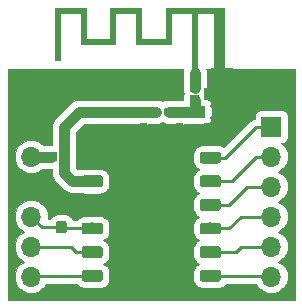
<source format=gtl>
G04 #@! TF.GenerationSoftware,KiCad,Pcbnew,(5.0.1)-3*
G04 #@! TF.CreationDate,2018-12-06T00:17:23+01:00*
G04 #@! TF.ProjectId,air602bob,616972363032626F622E6B696361645F,rev?*
G04 #@! TF.SameCoordinates,Original*
G04 #@! TF.FileFunction,Copper,L1,Top,Signal*
G04 #@! TF.FilePolarity,Positive*
%FSLAX46Y46*%
G04 Gerber Fmt 4.6, Leading zero omitted, Abs format (unit mm)*
G04 Created by KiCad (PCBNEW (5.0.1)-3) date 06/12/2018 00:17:23*
%MOMM*%
%LPD*%
G01*
G04 APERTURE LIST*
G04 #@! TA.AperFunction,EtchedComponent*
%ADD10C,0.100000*%
G04 #@! TD*
G04 #@! TA.AperFunction,ConnectorPad*
%ADD11C,0.800000*%
G04 #@! TD*
G04 #@! TA.AperFunction,SMDPad,CuDef*
%ADD12C,0.400000*%
G04 #@! TD*
G04 #@! TA.AperFunction,Conductor*
%ADD13C,0.100000*%
G04 #@! TD*
G04 #@! TA.AperFunction,SMDPad,CuDef*
%ADD14R,2.200000X1.050000*%
G04 #@! TD*
G04 #@! TA.AperFunction,SMDPad,CuDef*
%ADD15R,1.000000X1.000000*%
G04 #@! TD*
G04 #@! TA.AperFunction,SMDPad,CuDef*
%ADD16C,0.950000*%
G04 #@! TD*
G04 #@! TA.AperFunction,SMDPad,CuDef*
%ADD17C,0.590000*%
G04 #@! TD*
G04 #@! TA.AperFunction,ComponentPad*
%ADD18O,1.700000X1.700000*%
G04 #@! TD*
G04 #@! TA.AperFunction,ComponentPad*
%ADD19R,1.700000X1.700000*%
G04 #@! TD*
G04 #@! TA.AperFunction,ViaPad*
%ADD20R,0.900000X0.500000*%
G04 #@! TD*
G04 #@! TA.AperFunction,Conductor*
%ADD21R,0.500000X0.500000*%
G04 #@! TD*
G04 #@! TA.AperFunction,SMDPad,CuDef*
%ADD22C,1.000000*%
G04 #@! TD*
G04 #@! TA.AperFunction,ViaPad*
%ADD23C,0.450000*%
G04 #@! TD*
G04 #@! TA.AperFunction,ViaPad*
%ADD24C,0.500000*%
G04 #@! TD*
G04 #@! TA.AperFunction,Conductor*
%ADD25C,0.250000*%
G04 #@! TD*
G04 #@! TA.AperFunction,Conductor*
%ADD26C,1.000000*%
G04 #@! TD*
G04 #@! TA.AperFunction,Conductor*
%ADD27C,1.035000*%
G04 #@! TD*
G04 #@! TA.AperFunction,Conductor*
%ADD28C,0.950000*%
G04 #@! TD*
G04 APERTURE END LIST*
D10*
G04 #@! TO.C,ANT1*
G36*
X74893000Y-85320000D02*
X72893000Y-85320000D01*
X72893000Y-82680000D01*
X70193000Y-82680000D01*
X70193000Y-85320000D01*
X68193000Y-85320000D01*
X68193000Y-82680000D01*
X65493000Y-82680000D01*
X65493000Y-87120000D01*
X65993000Y-87120000D01*
X65993000Y-83180000D01*
X67693000Y-83180000D01*
X67693000Y-85820000D01*
X70693000Y-85820000D01*
X70693000Y-83180000D01*
X72393000Y-83180000D01*
X72393000Y-85820000D01*
X75393000Y-85820000D01*
X75393000Y-83180000D01*
X77093000Y-83180000D01*
X77093000Y-88080000D01*
X77593000Y-88080000D01*
X77593000Y-83180000D01*
X78993000Y-83180000D01*
X78993000Y-88080000D01*
X79893000Y-88080000D01*
X79893000Y-87836785D01*
X79590583Y-87836785D01*
X79580742Y-87884395D01*
X79556674Y-87926797D01*
X79518731Y-87959581D01*
X79510819Y-87963935D01*
X79468156Y-87976043D01*
X79419637Y-87975300D01*
X79374122Y-87962400D01*
X79355511Y-87951787D01*
X79321868Y-87916553D01*
X79301309Y-87871368D01*
X79294778Y-87821842D01*
X79303218Y-87773583D01*
X79320112Y-87741357D01*
X79355372Y-87708687D01*
X79400682Y-87688592D01*
X79450267Y-87682018D01*
X79498353Y-87689908D01*
X79531245Y-87706814D01*
X79566185Y-87743584D01*
X79585847Y-87788378D01*
X79590583Y-87836785D01*
X79893000Y-87836785D01*
X79893000Y-82680000D01*
X74893000Y-82680000D01*
X74893000Y-85320000D01*
X74893000Y-85320000D01*
G37*
G04 #@! TD*
D11*
G04 #@! TO.P,XA2,1*
G04 #@! TO.N,/FEED_X*
X77343000Y-90678000D03*
G04 #@! TD*
D12*
G04 #@! TO.P,JP2,2*
G04 #@! TO.N,/FEED_A*
X77345540Y-89516000D03*
D13*
G04 #@! TD*
G04 #@! TO.N,/FEED_A*
G04 #@! TO.C,JP2*
G36*
X76945540Y-89816000D02*
X76945540Y-89516000D01*
X76945781Y-89516000D01*
X76945781Y-89506186D01*
X76947705Y-89486654D01*
X76951534Y-89467404D01*
X76957231Y-89448622D01*
X76964742Y-89430489D01*
X76973994Y-89413179D01*
X76984898Y-89396860D01*
X76997350Y-89381688D01*
X77011228Y-89367810D01*
X77026400Y-89355358D01*
X77042719Y-89344454D01*
X77060029Y-89335202D01*
X77078162Y-89327691D01*
X77096944Y-89321994D01*
X77116194Y-89318165D01*
X77135726Y-89316241D01*
X77145540Y-89316241D01*
X77145540Y-89316000D01*
X77545540Y-89316000D01*
X77545540Y-89316241D01*
X77555354Y-89316241D01*
X77574886Y-89318165D01*
X77594136Y-89321994D01*
X77612918Y-89327691D01*
X77631051Y-89335202D01*
X77648361Y-89344454D01*
X77664680Y-89355358D01*
X77679852Y-89367810D01*
X77693730Y-89381688D01*
X77706182Y-89396860D01*
X77717086Y-89413179D01*
X77726338Y-89430489D01*
X77733849Y-89448622D01*
X77739546Y-89467404D01*
X77743375Y-89486654D01*
X77745299Y-89506186D01*
X77745299Y-89516000D01*
X77745540Y-89516000D01*
X77745540Y-89816000D01*
X76945540Y-89816000D01*
X76945540Y-89816000D01*
G37*
D12*
G04 #@! TO.P,JP2,1*
G04 #@! TO.N,/FEED_X*
X77343000Y-90316000D03*
D13*
G04 #@! TD*
G04 #@! TO.N,/FEED_X*
G04 #@! TO.C,JP2*
G36*
X77743000Y-90016000D02*
X77743000Y-90316000D01*
X77742759Y-90316000D01*
X77742759Y-90325814D01*
X77740835Y-90345346D01*
X77737006Y-90364596D01*
X77731309Y-90383378D01*
X77723798Y-90401511D01*
X77714546Y-90418821D01*
X77703642Y-90435140D01*
X77691190Y-90450312D01*
X77677312Y-90464190D01*
X77662140Y-90476642D01*
X77645821Y-90487546D01*
X77628511Y-90496798D01*
X77610378Y-90504309D01*
X77591596Y-90510006D01*
X77572346Y-90513835D01*
X77552814Y-90515759D01*
X77543000Y-90515759D01*
X77543000Y-90516000D01*
X77143000Y-90516000D01*
X77143000Y-90515759D01*
X77133186Y-90515759D01*
X77113654Y-90513835D01*
X77094404Y-90510006D01*
X77075622Y-90504309D01*
X77057489Y-90496798D01*
X77040179Y-90487546D01*
X77023860Y-90476642D01*
X77008688Y-90464190D01*
X76994810Y-90450312D01*
X76982358Y-90435140D01*
X76971454Y-90418821D01*
X76962202Y-90401511D01*
X76954691Y-90383378D01*
X76948994Y-90364596D01*
X76945165Y-90345346D01*
X76943241Y-90325814D01*
X76943241Y-90316000D01*
X76943000Y-90316000D01*
X76943000Y-90016000D01*
X77743000Y-90016000D01*
X77743000Y-90016000D01*
G37*
D12*
G04 #@! TO.P,JP1,1*
G04 #@! TO.N,/FEED*
X66167000Y-95250000D03*
D13*
G04 #@! TD*
G04 #@! TO.N,/FEED*
G04 #@! TO.C,JP1*
G36*
X65867000Y-94850000D02*
X66167000Y-94850000D01*
X66167000Y-94850241D01*
X66176814Y-94850241D01*
X66196346Y-94852165D01*
X66215596Y-94855994D01*
X66234378Y-94861691D01*
X66252511Y-94869202D01*
X66269821Y-94878454D01*
X66286140Y-94889358D01*
X66301312Y-94901810D01*
X66315190Y-94915688D01*
X66327642Y-94930860D01*
X66338546Y-94947179D01*
X66347798Y-94964489D01*
X66355309Y-94982622D01*
X66361006Y-95001404D01*
X66364835Y-95020654D01*
X66366759Y-95040186D01*
X66366759Y-95050000D01*
X66367000Y-95050000D01*
X66367000Y-95450000D01*
X66366759Y-95450000D01*
X66366759Y-95459814D01*
X66364835Y-95479346D01*
X66361006Y-95498596D01*
X66355309Y-95517378D01*
X66347798Y-95535511D01*
X66338546Y-95552821D01*
X66327642Y-95569140D01*
X66315190Y-95584312D01*
X66301312Y-95598190D01*
X66286140Y-95610642D01*
X66269821Y-95621546D01*
X66252511Y-95630798D01*
X66234378Y-95638309D01*
X66215596Y-95644006D01*
X66196346Y-95647835D01*
X66176814Y-95649759D01*
X66167000Y-95649759D01*
X66167000Y-95650000D01*
X65867000Y-95650000D01*
X65867000Y-94850000D01*
X65867000Y-94850000D01*
G37*
D12*
G04 #@! TO.P,JP1,2*
G04 #@! TO.N,Net-(J2-Pad2)*
X65367000Y-95247460D03*
D13*
G04 #@! TD*
G04 #@! TO.N,Net-(J2-Pad2)*
G04 #@! TO.C,JP1*
G36*
X65667000Y-95647460D02*
X65367000Y-95647460D01*
X65367000Y-95647219D01*
X65357186Y-95647219D01*
X65337654Y-95645295D01*
X65318404Y-95641466D01*
X65299622Y-95635769D01*
X65281489Y-95628258D01*
X65264179Y-95619006D01*
X65247860Y-95608102D01*
X65232688Y-95595650D01*
X65218810Y-95581772D01*
X65206358Y-95566600D01*
X65195454Y-95550281D01*
X65186202Y-95532971D01*
X65178691Y-95514838D01*
X65172994Y-95496056D01*
X65169165Y-95476806D01*
X65167241Y-95457274D01*
X65167241Y-95447460D01*
X65167000Y-95447460D01*
X65167000Y-95047460D01*
X65167241Y-95047460D01*
X65167241Y-95037646D01*
X65169165Y-95018114D01*
X65172994Y-94998864D01*
X65178691Y-94980082D01*
X65186202Y-94961949D01*
X65195454Y-94944639D01*
X65206358Y-94928320D01*
X65218810Y-94913148D01*
X65232688Y-94899270D01*
X65247860Y-94886818D01*
X65264179Y-94875914D01*
X65281489Y-94866662D01*
X65299622Y-94859151D01*
X65318404Y-94853454D01*
X65337654Y-94849625D01*
X65357186Y-94847701D01*
X65367000Y-94847701D01*
X65367000Y-94847460D01*
X65667000Y-94847460D01*
X65667000Y-95647460D01*
X65667000Y-95647460D01*
G37*
D14*
G04 #@! TO.P,XA1,2*
G04 #@! TO.N,GND*
X79248000Y-89965000D03*
X79248000Y-92915000D03*
D15*
X80748000Y-91440000D03*
G04 #@! TO.P,XA1,1*
G04 #@! TO.N,/FEED_X*
X77748000Y-91440000D03*
G04 #@! TD*
D13*
G04 #@! TO.N,/VCC*
G04 #@! TO.C,C3*
G36*
X66300779Y-100681144D02*
X66323834Y-100684563D01*
X66346443Y-100690227D01*
X66368387Y-100698079D01*
X66389457Y-100708044D01*
X66409448Y-100720026D01*
X66428168Y-100733910D01*
X66445438Y-100749562D01*
X66461090Y-100766832D01*
X66474974Y-100785552D01*
X66486956Y-100805543D01*
X66496921Y-100826613D01*
X66504773Y-100848557D01*
X66510437Y-100871166D01*
X66513856Y-100894221D01*
X66515000Y-100917500D01*
X66515000Y-101492500D01*
X66513856Y-101515779D01*
X66510437Y-101538834D01*
X66504773Y-101561443D01*
X66496921Y-101583387D01*
X66486956Y-101604457D01*
X66474974Y-101624448D01*
X66461090Y-101643168D01*
X66445438Y-101660438D01*
X66428168Y-101676090D01*
X66409448Y-101689974D01*
X66389457Y-101701956D01*
X66368387Y-101711921D01*
X66346443Y-101719773D01*
X66323834Y-101725437D01*
X66300779Y-101728856D01*
X66277500Y-101730000D01*
X65802500Y-101730000D01*
X65779221Y-101728856D01*
X65756166Y-101725437D01*
X65733557Y-101719773D01*
X65711613Y-101711921D01*
X65690543Y-101701956D01*
X65670552Y-101689974D01*
X65651832Y-101676090D01*
X65634562Y-101660438D01*
X65618910Y-101643168D01*
X65605026Y-101624448D01*
X65593044Y-101604457D01*
X65583079Y-101583387D01*
X65575227Y-101561443D01*
X65569563Y-101538834D01*
X65566144Y-101515779D01*
X65565000Y-101492500D01*
X65565000Y-100917500D01*
X65566144Y-100894221D01*
X65569563Y-100871166D01*
X65575227Y-100848557D01*
X65583079Y-100826613D01*
X65593044Y-100805543D01*
X65605026Y-100785552D01*
X65618910Y-100766832D01*
X65634562Y-100749562D01*
X65651832Y-100733910D01*
X65670552Y-100720026D01*
X65690543Y-100708044D01*
X65711613Y-100698079D01*
X65733557Y-100690227D01*
X65756166Y-100684563D01*
X65779221Y-100681144D01*
X65802500Y-100680000D01*
X66277500Y-100680000D01*
X66300779Y-100681144D01*
X66300779Y-100681144D01*
G37*
D16*
G04 #@! TD*
G04 #@! TO.P,C3,1*
G04 #@! TO.N,/VCC*
X66040000Y-101205000D03*
D13*
G04 #@! TO.N,GND*
G04 #@! TO.C,C3*
G36*
X66300779Y-98931144D02*
X66323834Y-98934563D01*
X66346443Y-98940227D01*
X66368387Y-98948079D01*
X66389457Y-98958044D01*
X66409448Y-98970026D01*
X66428168Y-98983910D01*
X66445438Y-98999562D01*
X66461090Y-99016832D01*
X66474974Y-99035552D01*
X66486956Y-99055543D01*
X66496921Y-99076613D01*
X66504773Y-99098557D01*
X66510437Y-99121166D01*
X66513856Y-99144221D01*
X66515000Y-99167500D01*
X66515000Y-99742500D01*
X66513856Y-99765779D01*
X66510437Y-99788834D01*
X66504773Y-99811443D01*
X66496921Y-99833387D01*
X66486956Y-99854457D01*
X66474974Y-99874448D01*
X66461090Y-99893168D01*
X66445438Y-99910438D01*
X66428168Y-99926090D01*
X66409448Y-99939974D01*
X66389457Y-99951956D01*
X66368387Y-99961921D01*
X66346443Y-99969773D01*
X66323834Y-99975437D01*
X66300779Y-99978856D01*
X66277500Y-99980000D01*
X65802500Y-99980000D01*
X65779221Y-99978856D01*
X65756166Y-99975437D01*
X65733557Y-99969773D01*
X65711613Y-99961921D01*
X65690543Y-99951956D01*
X65670552Y-99939974D01*
X65651832Y-99926090D01*
X65634562Y-99910438D01*
X65618910Y-99893168D01*
X65605026Y-99874448D01*
X65593044Y-99854457D01*
X65583079Y-99833387D01*
X65575227Y-99811443D01*
X65569563Y-99788834D01*
X65566144Y-99765779D01*
X65565000Y-99742500D01*
X65565000Y-99167500D01*
X65566144Y-99144221D01*
X65569563Y-99121166D01*
X65575227Y-99098557D01*
X65583079Y-99076613D01*
X65593044Y-99055543D01*
X65605026Y-99035552D01*
X65618910Y-99016832D01*
X65634562Y-98999562D01*
X65651832Y-98983910D01*
X65670552Y-98970026D01*
X65690543Y-98958044D01*
X65711613Y-98948079D01*
X65733557Y-98940227D01*
X65756166Y-98934563D01*
X65779221Y-98931144D01*
X65802500Y-98930000D01*
X66277500Y-98930000D01*
X66300779Y-98931144D01*
X66300779Y-98931144D01*
G37*
D16*
G04 #@! TD*
G04 #@! TO.P,C3,2*
G04 #@! TO.N,GND*
X66040000Y-99455000D03*
D13*
G04 #@! TO.N,/FEED*
G04 #@! TO.C,C2*
G36*
X73211958Y-91422710D02*
X73226276Y-91424834D01*
X73240317Y-91428351D01*
X73253946Y-91433228D01*
X73267031Y-91439417D01*
X73279447Y-91446858D01*
X73291073Y-91455481D01*
X73301798Y-91465202D01*
X73311519Y-91475927D01*
X73320142Y-91487553D01*
X73327583Y-91499969D01*
X73333772Y-91513054D01*
X73338649Y-91526683D01*
X73342166Y-91540724D01*
X73344290Y-91555042D01*
X73345000Y-91569500D01*
X73345000Y-91864500D01*
X73344290Y-91878958D01*
X73342166Y-91893276D01*
X73338649Y-91907317D01*
X73333772Y-91920946D01*
X73327583Y-91934031D01*
X73320142Y-91946447D01*
X73311519Y-91958073D01*
X73301798Y-91968798D01*
X73291073Y-91978519D01*
X73279447Y-91987142D01*
X73267031Y-91994583D01*
X73253946Y-92000772D01*
X73240317Y-92005649D01*
X73226276Y-92009166D01*
X73211958Y-92011290D01*
X73197500Y-92012000D01*
X72852500Y-92012000D01*
X72838042Y-92011290D01*
X72823724Y-92009166D01*
X72809683Y-92005649D01*
X72796054Y-92000772D01*
X72782969Y-91994583D01*
X72770553Y-91987142D01*
X72758927Y-91978519D01*
X72748202Y-91968798D01*
X72738481Y-91958073D01*
X72729858Y-91946447D01*
X72722417Y-91934031D01*
X72716228Y-91920946D01*
X72711351Y-91907317D01*
X72707834Y-91893276D01*
X72705710Y-91878958D01*
X72705000Y-91864500D01*
X72705000Y-91569500D01*
X72705710Y-91555042D01*
X72707834Y-91540724D01*
X72711351Y-91526683D01*
X72716228Y-91513054D01*
X72722417Y-91499969D01*
X72729858Y-91487553D01*
X72738481Y-91475927D01*
X72748202Y-91465202D01*
X72758927Y-91455481D01*
X72770553Y-91446858D01*
X72782969Y-91439417D01*
X72796054Y-91433228D01*
X72809683Y-91428351D01*
X72823724Y-91424834D01*
X72838042Y-91422710D01*
X72852500Y-91422000D01*
X73197500Y-91422000D01*
X73211958Y-91422710D01*
X73211958Y-91422710D01*
G37*
D17*
G04 #@! TD*
G04 #@! TO.P,C2,2*
G04 #@! TO.N,/FEED*
X73025000Y-91717000D03*
D13*
G04 #@! TO.N,GND*
G04 #@! TO.C,C2*
G36*
X73211958Y-92392710D02*
X73226276Y-92394834D01*
X73240317Y-92398351D01*
X73253946Y-92403228D01*
X73267031Y-92409417D01*
X73279447Y-92416858D01*
X73291073Y-92425481D01*
X73301798Y-92435202D01*
X73311519Y-92445927D01*
X73320142Y-92457553D01*
X73327583Y-92469969D01*
X73333772Y-92483054D01*
X73338649Y-92496683D01*
X73342166Y-92510724D01*
X73344290Y-92525042D01*
X73345000Y-92539500D01*
X73345000Y-92834500D01*
X73344290Y-92848958D01*
X73342166Y-92863276D01*
X73338649Y-92877317D01*
X73333772Y-92890946D01*
X73327583Y-92904031D01*
X73320142Y-92916447D01*
X73311519Y-92928073D01*
X73301798Y-92938798D01*
X73291073Y-92948519D01*
X73279447Y-92957142D01*
X73267031Y-92964583D01*
X73253946Y-92970772D01*
X73240317Y-92975649D01*
X73226276Y-92979166D01*
X73211958Y-92981290D01*
X73197500Y-92982000D01*
X72852500Y-92982000D01*
X72838042Y-92981290D01*
X72823724Y-92979166D01*
X72809683Y-92975649D01*
X72796054Y-92970772D01*
X72782969Y-92964583D01*
X72770553Y-92957142D01*
X72758927Y-92948519D01*
X72748202Y-92938798D01*
X72738481Y-92928073D01*
X72729858Y-92916447D01*
X72722417Y-92904031D01*
X72716228Y-92890946D01*
X72711351Y-92877317D01*
X72707834Y-92863276D01*
X72705710Y-92848958D01*
X72705000Y-92834500D01*
X72705000Y-92539500D01*
X72705710Y-92525042D01*
X72707834Y-92510724D01*
X72711351Y-92496683D01*
X72716228Y-92483054D01*
X72722417Y-92469969D01*
X72729858Y-92457553D01*
X72738481Y-92445927D01*
X72748202Y-92435202D01*
X72758927Y-92425481D01*
X72770553Y-92416858D01*
X72782969Y-92409417D01*
X72796054Y-92403228D01*
X72809683Y-92398351D01*
X72823724Y-92394834D01*
X72838042Y-92392710D01*
X72852500Y-92392000D01*
X73197500Y-92392000D01*
X73211958Y-92392710D01*
X73211958Y-92392710D01*
G37*
D17*
G04 #@! TD*
G04 #@! TO.P,C2,1*
G04 #@! TO.N,GND*
X73025000Y-92687000D03*
D13*
G04 #@! TO.N,GND*
G04 #@! TO.C,C1*
G36*
X76259958Y-92392710D02*
X76274276Y-92394834D01*
X76288317Y-92398351D01*
X76301946Y-92403228D01*
X76315031Y-92409417D01*
X76327447Y-92416858D01*
X76339073Y-92425481D01*
X76349798Y-92435202D01*
X76359519Y-92445927D01*
X76368142Y-92457553D01*
X76375583Y-92469969D01*
X76381772Y-92483054D01*
X76386649Y-92496683D01*
X76390166Y-92510724D01*
X76392290Y-92525042D01*
X76393000Y-92539500D01*
X76393000Y-92834500D01*
X76392290Y-92848958D01*
X76390166Y-92863276D01*
X76386649Y-92877317D01*
X76381772Y-92890946D01*
X76375583Y-92904031D01*
X76368142Y-92916447D01*
X76359519Y-92928073D01*
X76349798Y-92938798D01*
X76339073Y-92948519D01*
X76327447Y-92957142D01*
X76315031Y-92964583D01*
X76301946Y-92970772D01*
X76288317Y-92975649D01*
X76274276Y-92979166D01*
X76259958Y-92981290D01*
X76245500Y-92982000D01*
X75900500Y-92982000D01*
X75886042Y-92981290D01*
X75871724Y-92979166D01*
X75857683Y-92975649D01*
X75844054Y-92970772D01*
X75830969Y-92964583D01*
X75818553Y-92957142D01*
X75806927Y-92948519D01*
X75796202Y-92938798D01*
X75786481Y-92928073D01*
X75777858Y-92916447D01*
X75770417Y-92904031D01*
X75764228Y-92890946D01*
X75759351Y-92877317D01*
X75755834Y-92863276D01*
X75753710Y-92848958D01*
X75753000Y-92834500D01*
X75753000Y-92539500D01*
X75753710Y-92525042D01*
X75755834Y-92510724D01*
X75759351Y-92496683D01*
X75764228Y-92483054D01*
X75770417Y-92469969D01*
X75777858Y-92457553D01*
X75786481Y-92445927D01*
X75796202Y-92435202D01*
X75806927Y-92425481D01*
X75818553Y-92416858D01*
X75830969Y-92409417D01*
X75844054Y-92403228D01*
X75857683Y-92398351D01*
X75871724Y-92394834D01*
X75886042Y-92392710D01*
X75900500Y-92392000D01*
X76245500Y-92392000D01*
X76259958Y-92392710D01*
X76259958Y-92392710D01*
G37*
D17*
G04 #@! TD*
G04 #@! TO.P,C1,1*
G04 #@! TO.N,GND*
X76073000Y-92687000D03*
D13*
G04 #@! TO.N,/FEED_X*
G04 #@! TO.C,C1*
G36*
X76259958Y-91422710D02*
X76274276Y-91424834D01*
X76288317Y-91428351D01*
X76301946Y-91433228D01*
X76315031Y-91439417D01*
X76327447Y-91446858D01*
X76339073Y-91455481D01*
X76349798Y-91465202D01*
X76359519Y-91475927D01*
X76368142Y-91487553D01*
X76375583Y-91499969D01*
X76381772Y-91513054D01*
X76386649Y-91526683D01*
X76390166Y-91540724D01*
X76392290Y-91555042D01*
X76393000Y-91569500D01*
X76393000Y-91864500D01*
X76392290Y-91878958D01*
X76390166Y-91893276D01*
X76386649Y-91907317D01*
X76381772Y-91920946D01*
X76375583Y-91934031D01*
X76368142Y-91946447D01*
X76359519Y-91958073D01*
X76349798Y-91968798D01*
X76339073Y-91978519D01*
X76327447Y-91987142D01*
X76315031Y-91994583D01*
X76301946Y-92000772D01*
X76288317Y-92005649D01*
X76274276Y-92009166D01*
X76259958Y-92011290D01*
X76245500Y-92012000D01*
X75900500Y-92012000D01*
X75886042Y-92011290D01*
X75871724Y-92009166D01*
X75857683Y-92005649D01*
X75844054Y-92000772D01*
X75830969Y-91994583D01*
X75818553Y-91987142D01*
X75806927Y-91978519D01*
X75796202Y-91968798D01*
X75786481Y-91958073D01*
X75777858Y-91946447D01*
X75770417Y-91934031D01*
X75764228Y-91920946D01*
X75759351Y-91907317D01*
X75755834Y-91893276D01*
X75753710Y-91878958D01*
X75753000Y-91864500D01*
X75753000Y-91569500D01*
X75753710Y-91555042D01*
X75755834Y-91540724D01*
X75759351Y-91526683D01*
X75764228Y-91513054D01*
X75770417Y-91499969D01*
X75777858Y-91487553D01*
X75786481Y-91475927D01*
X75796202Y-91465202D01*
X75806927Y-91455481D01*
X75818553Y-91446858D01*
X75830969Y-91439417D01*
X75844054Y-91433228D01*
X75857683Y-91428351D01*
X75871724Y-91424834D01*
X75886042Y-91422710D01*
X75900500Y-91422000D01*
X76245500Y-91422000D01*
X76259958Y-91422710D01*
X76259958Y-91422710D01*
G37*
D17*
G04 #@! TD*
G04 #@! TO.P,C1,2*
G04 #@! TO.N,/FEED_X*
X76073000Y-91717000D03*
D18*
G04 #@! TO.P,J2,6*
G04 #@! TO.N,Net-(J2-Pad6)*
X63500000Y-105410000D03*
G04 #@! TO.P,J2,5*
G04 #@! TO.N,Net-(J2-Pad5)*
X63500000Y-102870000D03*
G04 #@! TO.P,J2,4*
G04 #@! TO.N,/VCC*
X63500000Y-100330000D03*
G04 #@! TO.P,J2,3*
G04 #@! TO.N,GND*
X63500000Y-97790000D03*
G04 #@! TO.P,J2,2*
G04 #@! TO.N,Net-(J2-Pad2)*
X63500000Y-95250000D03*
D19*
G04 #@! TO.P,J2,1*
G04 #@! TO.N,GND*
X63500000Y-92710000D03*
G04 #@! TD*
G04 #@! TO.P,J1,1*
G04 #@! TO.N,Net-(J1-Pad1)*
X83820000Y-92710000D03*
D18*
G04 #@! TO.P,J1,2*
G04 #@! TO.N,Net-(J1-Pad2)*
X83820000Y-95250000D03*
G04 #@! TO.P,J1,3*
G04 #@! TO.N,Net-(J1-Pad3)*
X83820000Y-97790000D03*
G04 #@! TO.P,J1,4*
G04 #@! TO.N,Net-(J1-Pad4)*
X83820000Y-100330000D03*
G04 #@! TO.P,J1,5*
G04 #@! TO.N,Net-(J1-Pad5)*
X83820000Y-102870000D03*
G04 #@! TO.P,J1,6*
G04 #@! TO.N,Net-(J1-Pad6)*
X83820000Y-105410000D03*
G04 #@! TD*
D13*
G04 #@! TO.N,/FEED_X*
G04 #@! TO.C,L1*
G36*
X75218958Y-91120710D02*
X75233276Y-91122834D01*
X75247317Y-91126351D01*
X75260946Y-91131228D01*
X75274031Y-91137417D01*
X75286447Y-91144858D01*
X75298073Y-91153481D01*
X75308798Y-91163202D01*
X75318519Y-91173927D01*
X75327142Y-91185553D01*
X75334583Y-91197969D01*
X75340772Y-91211054D01*
X75345649Y-91224683D01*
X75349166Y-91238724D01*
X75351290Y-91253042D01*
X75352000Y-91267500D01*
X75352000Y-91612500D01*
X75351290Y-91626958D01*
X75349166Y-91641276D01*
X75345649Y-91655317D01*
X75340772Y-91668946D01*
X75334583Y-91682031D01*
X75327142Y-91694447D01*
X75318519Y-91706073D01*
X75308798Y-91716798D01*
X75298073Y-91726519D01*
X75286447Y-91735142D01*
X75274031Y-91742583D01*
X75260946Y-91748772D01*
X75247317Y-91753649D01*
X75233276Y-91757166D01*
X75218958Y-91759290D01*
X75204500Y-91760000D01*
X74909500Y-91760000D01*
X74895042Y-91759290D01*
X74880724Y-91757166D01*
X74866683Y-91753649D01*
X74853054Y-91748772D01*
X74839969Y-91742583D01*
X74827553Y-91735142D01*
X74815927Y-91726519D01*
X74805202Y-91716798D01*
X74795481Y-91706073D01*
X74786858Y-91694447D01*
X74779417Y-91682031D01*
X74773228Y-91668946D01*
X74768351Y-91655317D01*
X74764834Y-91641276D01*
X74762710Y-91626958D01*
X74762000Y-91612500D01*
X74762000Y-91267500D01*
X74762710Y-91253042D01*
X74764834Y-91238724D01*
X74768351Y-91224683D01*
X74773228Y-91211054D01*
X74779417Y-91197969D01*
X74786858Y-91185553D01*
X74795481Y-91173927D01*
X74805202Y-91163202D01*
X74815927Y-91153481D01*
X74827553Y-91144858D01*
X74839969Y-91137417D01*
X74853054Y-91131228D01*
X74866683Y-91126351D01*
X74880724Y-91122834D01*
X74895042Y-91120710D01*
X74909500Y-91120000D01*
X75204500Y-91120000D01*
X75218958Y-91120710D01*
X75218958Y-91120710D01*
G37*
D17*
G04 #@! TD*
G04 #@! TO.P,L1,1*
G04 #@! TO.N,/FEED_X*
X75057000Y-91440000D03*
D13*
G04 #@! TO.N,/FEED*
G04 #@! TO.C,L1*
G36*
X74248958Y-91120710D02*
X74263276Y-91122834D01*
X74277317Y-91126351D01*
X74290946Y-91131228D01*
X74304031Y-91137417D01*
X74316447Y-91144858D01*
X74328073Y-91153481D01*
X74338798Y-91163202D01*
X74348519Y-91173927D01*
X74357142Y-91185553D01*
X74364583Y-91197969D01*
X74370772Y-91211054D01*
X74375649Y-91224683D01*
X74379166Y-91238724D01*
X74381290Y-91253042D01*
X74382000Y-91267500D01*
X74382000Y-91612500D01*
X74381290Y-91626958D01*
X74379166Y-91641276D01*
X74375649Y-91655317D01*
X74370772Y-91668946D01*
X74364583Y-91682031D01*
X74357142Y-91694447D01*
X74348519Y-91706073D01*
X74338798Y-91716798D01*
X74328073Y-91726519D01*
X74316447Y-91735142D01*
X74304031Y-91742583D01*
X74290946Y-91748772D01*
X74277317Y-91753649D01*
X74263276Y-91757166D01*
X74248958Y-91759290D01*
X74234500Y-91760000D01*
X73939500Y-91760000D01*
X73925042Y-91759290D01*
X73910724Y-91757166D01*
X73896683Y-91753649D01*
X73883054Y-91748772D01*
X73869969Y-91742583D01*
X73857553Y-91735142D01*
X73845927Y-91726519D01*
X73835202Y-91716798D01*
X73825481Y-91706073D01*
X73816858Y-91694447D01*
X73809417Y-91682031D01*
X73803228Y-91668946D01*
X73798351Y-91655317D01*
X73794834Y-91641276D01*
X73792710Y-91626958D01*
X73792000Y-91612500D01*
X73792000Y-91267500D01*
X73792710Y-91253042D01*
X73794834Y-91238724D01*
X73798351Y-91224683D01*
X73803228Y-91211054D01*
X73809417Y-91197969D01*
X73816858Y-91185553D01*
X73825481Y-91173927D01*
X73835202Y-91163202D01*
X73845927Y-91153481D01*
X73857553Y-91144858D01*
X73869969Y-91137417D01*
X73883054Y-91131228D01*
X73896683Y-91126351D01*
X73910724Y-91122834D01*
X73925042Y-91120710D01*
X73939500Y-91120000D01*
X74234500Y-91120000D01*
X74248958Y-91120710D01*
X74248958Y-91120710D01*
G37*
D17*
G04 #@! TD*
G04 #@! TO.P,L1,2*
G04 #@! TO.N,/FEED*
X74087000Y-91440000D03*
D20*
G04 #@! TO.N,GND*
G04 #@! TO.C,ANT1*
X79443000Y-87830000D03*
D21*
G04 #@! TO.N,/FEED_A*
X77343000Y-87830000D03*
G04 #@! TD*
D13*
G04 #@! TO.N,GND*
G04 #@! TO.C,U1*
G36*
X69334504Y-94831204D02*
X69358773Y-94834804D01*
X69382571Y-94840765D01*
X69405671Y-94849030D01*
X69427849Y-94859520D01*
X69448893Y-94872133D01*
X69468598Y-94886747D01*
X69486777Y-94903223D01*
X69503253Y-94921402D01*
X69517867Y-94941107D01*
X69530480Y-94962151D01*
X69540970Y-94984329D01*
X69549235Y-95007429D01*
X69555196Y-95031227D01*
X69558796Y-95055496D01*
X69560000Y-95080000D01*
X69560000Y-95580000D01*
X69558796Y-95604504D01*
X69555196Y-95628773D01*
X69549235Y-95652571D01*
X69540970Y-95675671D01*
X69530480Y-95697849D01*
X69517867Y-95718893D01*
X69503253Y-95738598D01*
X69486777Y-95756777D01*
X69468598Y-95773253D01*
X69448893Y-95787867D01*
X69427849Y-95800480D01*
X69405671Y-95810970D01*
X69382571Y-95819235D01*
X69358773Y-95825196D01*
X69334504Y-95828796D01*
X69310000Y-95830000D01*
X68010000Y-95830000D01*
X67985496Y-95828796D01*
X67961227Y-95825196D01*
X67937429Y-95819235D01*
X67914329Y-95810970D01*
X67892151Y-95800480D01*
X67871107Y-95787867D01*
X67851402Y-95773253D01*
X67833223Y-95756777D01*
X67816747Y-95738598D01*
X67802133Y-95718893D01*
X67789520Y-95697849D01*
X67779030Y-95675671D01*
X67770765Y-95652571D01*
X67764804Y-95628773D01*
X67761204Y-95604504D01*
X67760000Y-95580000D01*
X67760000Y-95080000D01*
X67761204Y-95055496D01*
X67764804Y-95031227D01*
X67770765Y-95007429D01*
X67779030Y-94984329D01*
X67789520Y-94962151D01*
X67802133Y-94941107D01*
X67816747Y-94921402D01*
X67833223Y-94903223D01*
X67851402Y-94886747D01*
X67871107Y-94872133D01*
X67892151Y-94859520D01*
X67914329Y-94849030D01*
X67937429Y-94840765D01*
X67961227Y-94834804D01*
X67985496Y-94831204D01*
X68010000Y-94830000D01*
X69310000Y-94830000D01*
X69334504Y-94831204D01*
X69334504Y-94831204D01*
G37*
D22*
G04 #@! TD*
G04 #@! TO.P,U1,1*
G04 #@! TO.N,GND*
X68660000Y-95330000D03*
D13*
G04 #@! TO.N,/FEED*
G04 #@! TO.C,U1*
G36*
X69334504Y-96831204D02*
X69358773Y-96834804D01*
X69382571Y-96840765D01*
X69405671Y-96849030D01*
X69427849Y-96859520D01*
X69448893Y-96872133D01*
X69468598Y-96886747D01*
X69486777Y-96903223D01*
X69503253Y-96921402D01*
X69517867Y-96941107D01*
X69530480Y-96962151D01*
X69540970Y-96984329D01*
X69549235Y-97007429D01*
X69555196Y-97031227D01*
X69558796Y-97055496D01*
X69560000Y-97080000D01*
X69560000Y-97580000D01*
X69558796Y-97604504D01*
X69555196Y-97628773D01*
X69549235Y-97652571D01*
X69540970Y-97675671D01*
X69530480Y-97697849D01*
X69517867Y-97718893D01*
X69503253Y-97738598D01*
X69486777Y-97756777D01*
X69468598Y-97773253D01*
X69448893Y-97787867D01*
X69427849Y-97800480D01*
X69405671Y-97810970D01*
X69382571Y-97819235D01*
X69358773Y-97825196D01*
X69334504Y-97828796D01*
X69310000Y-97830000D01*
X68010000Y-97830000D01*
X67985496Y-97828796D01*
X67961227Y-97825196D01*
X67937429Y-97819235D01*
X67914329Y-97810970D01*
X67892151Y-97800480D01*
X67871107Y-97787867D01*
X67851402Y-97773253D01*
X67833223Y-97756777D01*
X67816747Y-97738598D01*
X67802133Y-97718893D01*
X67789520Y-97697849D01*
X67779030Y-97675671D01*
X67770765Y-97652571D01*
X67764804Y-97628773D01*
X67761204Y-97604504D01*
X67760000Y-97580000D01*
X67760000Y-97080000D01*
X67761204Y-97055496D01*
X67764804Y-97031227D01*
X67770765Y-97007429D01*
X67779030Y-96984329D01*
X67789520Y-96962151D01*
X67802133Y-96941107D01*
X67816747Y-96921402D01*
X67833223Y-96903223D01*
X67851402Y-96886747D01*
X67871107Y-96872133D01*
X67892151Y-96859520D01*
X67914329Y-96849030D01*
X67937429Y-96840765D01*
X67961227Y-96834804D01*
X67985496Y-96831204D01*
X68010000Y-96830000D01*
X69310000Y-96830000D01*
X69334504Y-96831204D01*
X69334504Y-96831204D01*
G37*
D22*
G04 #@! TD*
G04 #@! TO.P,U1,2*
G04 #@! TO.N,/FEED*
X68660000Y-97330000D03*
D13*
G04 #@! TO.N,GND*
G04 #@! TO.C,U1*
G36*
X69334504Y-98831204D02*
X69358773Y-98834804D01*
X69382571Y-98840765D01*
X69405671Y-98849030D01*
X69427849Y-98859520D01*
X69448893Y-98872133D01*
X69468598Y-98886747D01*
X69486777Y-98903223D01*
X69503253Y-98921402D01*
X69517867Y-98941107D01*
X69530480Y-98962151D01*
X69540970Y-98984329D01*
X69549235Y-99007429D01*
X69555196Y-99031227D01*
X69558796Y-99055496D01*
X69560000Y-99080000D01*
X69560000Y-99580000D01*
X69558796Y-99604504D01*
X69555196Y-99628773D01*
X69549235Y-99652571D01*
X69540970Y-99675671D01*
X69530480Y-99697849D01*
X69517867Y-99718893D01*
X69503253Y-99738598D01*
X69486777Y-99756777D01*
X69468598Y-99773253D01*
X69448893Y-99787867D01*
X69427849Y-99800480D01*
X69405671Y-99810970D01*
X69382571Y-99819235D01*
X69358773Y-99825196D01*
X69334504Y-99828796D01*
X69310000Y-99830000D01*
X68010000Y-99830000D01*
X67985496Y-99828796D01*
X67961227Y-99825196D01*
X67937429Y-99819235D01*
X67914329Y-99810970D01*
X67892151Y-99800480D01*
X67871107Y-99787867D01*
X67851402Y-99773253D01*
X67833223Y-99756777D01*
X67816747Y-99738598D01*
X67802133Y-99718893D01*
X67789520Y-99697849D01*
X67779030Y-99675671D01*
X67770765Y-99652571D01*
X67764804Y-99628773D01*
X67761204Y-99604504D01*
X67760000Y-99580000D01*
X67760000Y-99080000D01*
X67761204Y-99055496D01*
X67764804Y-99031227D01*
X67770765Y-99007429D01*
X67779030Y-98984329D01*
X67789520Y-98962151D01*
X67802133Y-98941107D01*
X67816747Y-98921402D01*
X67833223Y-98903223D01*
X67851402Y-98886747D01*
X67871107Y-98872133D01*
X67892151Y-98859520D01*
X67914329Y-98849030D01*
X67937429Y-98840765D01*
X67961227Y-98834804D01*
X67985496Y-98831204D01*
X68010000Y-98830000D01*
X69310000Y-98830000D01*
X69334504Y-98831204D01*
X69334504Y-98831204D01*
G37*
D22*
G04 #@! TD*
G04 #@! TO.P,U1,3*
G04 #@! TO.N,GND*
X68660000Y-99330000D03*
D13*
G04 #@! TO.N,/VCC*
G04 #@! TO.C,U1*
G36*
X69334504Y-100831204D02*
X69358773Y-100834804D01*
X69382571Y-100840765D01*
X69405671Y-100849030D01*
X69427849Y-100859520D01*
X69448893Y-100872133D01*
X69468598Y-100886747D01*
X69486777Y-100903223D01*
X69503253Y-100921402D01*
X69517867Y-100941107D01*
X69530480Y-100962151D01*
X69540970Y-100984329D01*
X69549235Y-101007429D01*
X69555196Y-101031227D01*
X69558796Y-101055496D01*
X69560000Y-101080000D01*
X69560000Y-101580000D01*
X69558796Y-101604504D01*
X69555196Y-101628773D01*
X69549235Y-101652571D01*
X69540970Y-101675671D01*
X69530480Y-101697849D01*
X69517867Y-101718893D01*
X69503253Y-101738598D01*
X69486777Y-101756777D01*
X69468598Y-101773253D01*
X69448893Y-101787867D01*
X69427849Y-101800480D01*
X69405671Y-101810970D01*
X69382571Y-101819235D01*
X69358773Y-101825196D01*
X69334504Y-101828796D01*
X69310000Y-101830000D01*
X68010000Y-101830000D01*
X67985496Y-101828796D01*
X67961227Y-101825196D01*
X67937429Y-101819235D01*
X67914329Y-101810970D01*
X67892151Y-101800480D01*
X67871107Y-101787867D01*
X67851402Y-101773253D01*
X67833223Y-101756777D01*
X67816747Y-101738598D01*
X67802133Y-101718893D01*
X67789520Y-101697849D01*
X67779030Y-101675671D01*
X67770765Y-101652571D01*
X67764804Y-101628773D01*
X67761204Y-101604504D01*
X67760000Y-101580000D01*
X67760000Y-101080000D01*
X67761204Y-101055496D01*
X67764804Y-101031227D01*
X67770765Y-101007429D01*
X67779030Y-100984329D01*
X67789520Y-100962151D01*
X67802133Y-100941107D01*
X67816747Y-100921402D01*
X67833223Y-100903223D01*
X67851402Y-100886747D01*
X67871107Y-100872133D01*
X67892151Y-100859520D01*
X67914329Y-100849030D01*
X67937429Y-100840765D01*
X67961227Y-100834804D01*
X67985496Y-100831204D01*
X68010000Y-100830000D01*
X69310000Y-100830000D01*
X69334504Y-100831204D01*
X69334504Y-100831204D01*
G37*
D22*
G04 #@! TD*
G04 #@! TO.P,U1,4*
G04 #@! TO.N,/VCC*
X68660000Y-101330000D03*
D13*
G04 #@! TO.N,Net-(J2-Pad5)*
G04 #@! TO.C,U1*
G36*
X69334504Y-102831204D02*
X69358773Y-102834804D01*
X69382571Y-102840765D01*
X69405671Y-102849030D01*
X69427849Y-102859520D01*
X69448893Y-102872133D01*
X69468598Y-102886747D01*
X69486777Y-102903223D01*
X69503253Y-102921402D01*
X69517867Y-102941107D01*
X69530480Y-102962151D01*
X69540970Y-102984329D01*
X69549235Y-103007429D01*
X69555196Y-103031227D01*
X69558796Y-103055496D01*
X69560000Y-103080000D01*
X69560000Y-103580000D01*
X69558796Y-103604504D01*
X69555196Y-103628773D01*
X69549235Y-103652571D01*
X69540970Y-103675671D01*
X69530480Y-103697849D01*
X69517867Y-103718893D01*
X69503253Y-103738598D01*
X69486777Y-103756777D01*
X69468598Y-103773253D01*
X69448893Y-103787867D01*
X69427849Y-103800480D01*
X69405671Y-103810970D01*
X69382571Y-103819235D01*
X69358773Y-103825196D01*
X69334504Y-103828796D01*
X69310000Y-103830000D01*
X68010000Y-103830000D01*
X67985496Y-103828796D01*
X67961227Y-103825196D01*
X67937429Y-103819235D01*
X67914329Y-103810970D01*
X67892151Y-103800480D01*
X67871107Y-103787867D01*
X67851402Y-103773253D01*
X67833223Y-103756777D01*
X67816747Y-103738598D01*
X67802133Y-103718893D01*
X67789520Y-103697849D01*
X67779030Y-103675671D01*
X67770765Y-103652571D01*
X67764804Y-103628773D01*
X67761204Y-103604504D01*
X67760000Y-103580000D01*
X67760000Y-103080000D01*
X67761204Y-103055496D01*
X67764804Y-103031227D01*
X67770765Y-103007429D01*
X67779030Y-102984329D01*
X67789520Y-102962151D01*
X67802133Y-102941107D01*
X67816747Y-102921402D01*
X67833223Y-102903223D01*
X67851402Y-102886747D01*
X67871107Y-102872133D01*
X67892151Y-102859520D01*
X67914329Y-102849030D01*
X67937429Y-102840765D01*
X67961227Y-102834804D01*
X67985496Y-102831204D01*
X68010000Y-102830000D01*
X69310000Y-102830000D01*
X69334504Y-102831204D01*
X69334504Y-102831204D01*
G37*
D22*
G04 #@! TD*
G04 #@! TO.P,U1,5*
G04 #@! TO.N,Net-(J2-Pad5)*
X68660000Y-103330000D03*
D13*
G04 #@! TO.N,Net-(J2-Pad6)*
G04 #@! TO.C,U1*
G36*
X69334504Y-104831204D02*
X69358773Y-104834804D01*
X69382571Y-104840765D01*
X69405671Y-104849030D01*
X69427849Y-104859520D01*
X69448893Y-104872133D01*
X69468598Y-104886747D01*
X69486777Y-104903223D01*
X69503253Y-104921402D01*
X69517867Y-104941107D01*
X69530480Y-104962151D01*
X69540970Y-104984329D01*
X69549235Y-105007429D01*
X69555196Y-105031227D01*
X69558796Y-105055496D01*
X69560000Y-105080000D01*
X69560000Y-105580000D01*
X69558796Y-105604504D01*
X69555196Y-105628773D01*
X69549235Y-105652571D01*
X69540970Y-105675671D01*
X69530480Y-105697849D01*
X69517867Y-105718893D01*
X69503253Y-105738598D01*
X69486777Y-105756777D01*
X69468598Y-105773253D01*
X69448893Y-105787867D01*
X69427849Y-105800480D01*
X69405671Y-105810970D01*
X69382571Y-105819235D01*
X69358773Y-105825196D01*
X69334504Y-105828796D01*
X69310000Y-105830000D01*
X68010000Y-105830000D01*
X67985496Y-105828796D01*
X67961227Y-105825196D01*
X67937429Y-105819235D01*
X67914329Y-105810970D01*
X67892151Y-105800480D01*
X67871107Y-105787867D01*
X67851402Y-105773253D01*
X67833223Y-105756777D01*
X67816747Y-105738598D01*
X67802133Y-105718893D01*
X67789520Y-105697849D01*
X67779030Y-105675671D01*
X67770765Y-105652571D01*
X67764804Y-105628773D01*
X67761204Y-105604504D01*
X67760000Y-105580000D01*
X67760000Y-105080000D01*
X67761204Y-105055496D01*
X67764804Y-105031227D01*
X67770765Y-105007429D01*
X67779030Y-104984329D01*
X67789520Y-104962151D01*
X67802133Y-104941107D01*
X67816747Y-104921402D01*
X67833223Y-104903223D01*
X67851402Y-104886747D01*
X67871107Y-104872133D01*
X67892151Y-104859520D01*
X67914329Y-104849030D01*
X67937429Y-104840765D01*
X67961227Y-104834804D01*
X67985496Y-104831204D01*
X68010000Y-104830000D01*
X69310000Y-104830000D01*
X69334504Y-104831204D01*
X69334504Y-104831204D01*
G37*
D22*
G04 #@! TD*
G04 #@! TO.P,U1,6*
G04 #@! TO.N,Net-(J2-Pad6)*
X68660000Y-105330000D03*
D13*
G04 #@! TO.N,Net-(J1-Pad5)*
G04 #@! TO.C,U1*
G36*
X79334504Y-102831204D02*
X79358773Y-102834804D01*
X79382571Y-102840765D01*
X79405671Y-102849030D01*
X79427849Y-102859520D01*
X79448893Y-102872133D01*
X79468598Y-102886747D01*
X79486777Y-102903223D01*
X79503253Y-102921402D01*
X79517867Y-102941107D01*
X79530480Y-102962151D01*
X79540970Y-102984329D01*
X79549235Y-103007429D01*
X79555196Y-103031227D01*
X79558796Y-103055496D01*
X79560000Y-103080000D01*
X79560000Y-103580000D01*
X79558796Y-103604504D01*
X79555196Y-103628773D01*
X79549235Y-103652571D01*
X79540970Y-103675671D01*
X79530480Y-103697849D01*
X79517867Y-103718893D01*
X79503253Y-103738598D01*
X79486777Y-103756777D01*
X79468598Y-103773253D01*
X79448893Y-103787867D01*
X79427849Y-103800480D01*
X79405671Y-103810970D01*
X79382571Y-103819235D01*
X79358773Y-103825196D01*
X79334504Y-103828796D01*
X79310000Y-103830000D01*
X78010000Y-103830000D01*
X77985496Y-103828796D01*
X77961227Y-103825196D01*
X77937429Y-103819235D01*
X77914329Y-103810970D01*
X77892151Y-103800480D01*
X77871107Y-103787867D01*
X77851402Y-103773253D01*
X77833223Y-103756777D01*
X77816747Y-103738598D01*
X77802133Y-103718893D01*
X77789520Y-103697849D01*
X77779030Y-103675671D01*
X77770765Y-103652571D01*
X77764804Y-103628773D01*
X77761204Y-103604504D01*
X77760000Y-103580000D01*
X77760000Y-103080000D01*
X77761204Y-103055496D01*
X77764804Y-103031227D01*
X77770765Y-103007429D01*
X77779030Y-102984329D01*
X77789520Y-102962151D01*
X77802133Y-102941107D01*
X77816747Y-102921402D01*
X77833223Y-102903223D01*
X77851402Y-102886747D01*
X77871107Y-102872133D01*
X77892151Y-102859520D01*
X77914329Y-102849030D01*
X77937429Y-102840765D01*
X77961227Y-102834804D01*
X77985496Y-102831204D01*
X78010000Y-102830000D01*
X79310000Y-102830000D01*
X79334504Y-102831204D01*
X79334504Y-102831204D01*
G37*
D22*
G04 #@! TD*
G04 #@! TO.P,U1,8*
G04 #@! TO.N,Net-(J1-Pad5)*
X78660000Y-103330000D03*
D13*
G04 #@! TO.N,Net-(J1-Pad4)*
G04 #@! TO.C,U1*
G36*
X79334504Y-100831204D02*
X79358773Y-100834804D01*
X79382571Y-100840765D01*
X79405671Y-100849030D01*
X79427849Y-100859520D01*
X79448893Y-100872133D01*
X79468598Y-100886747D01*
X79486777Y-100903223D01*
X79503253Y-100921402D01*
X79517867Y-100941107D01*
X79530480Y-100962151D01*
X79540970Y-100984329D01*
X79549235Y-101007429D01*
X79555196Y-101031227D01*
X79558796Y-101055496D01*
X79560000Y-101080000D01*
X79560000Y-101580000D01*
X79558796Y-101604504D01*
X79555196Y-101628773D01*
X79549235Y-101652571D01*
X79540970Y-101675671D01*
X79530480Y-101697849D01*
X79517867Y-101718893D01*
X79503253Y-101738598D01*
X79486777Y-101756777D01*
X79468598Y-101773253D01*
X79448893Y-101787867D01*
X79427849Y-101800480D01*
X79405671Y-101810970D01*
X79382571Y-101819235D01*
X79358773Y-101825196D01*
X79334504Y-101828796D01*
X79310000Y-101830000D01*
X78010000Y-101830000D01*
X77985496Y-101828796D01*
X77961227Y-101825196D01*
X77937429Y-101819235D01*
X77914329Y-101810970D01*
X77892151Y-101800480D01*
X77871107Y-101787867D01*
X77851402Y-101773253D01*
X77833223Y-101756777D01*
X77816747Y-101738598D01*
X77802133Y-101718893D01*
X77789520Y-101697849D01*
X77779030Y-101675671D01*
X77770765Y-101652571D01*
X77764804Y-101628773D01*
X77761204Y-101604504D01*
X77760000Y-101580000D01*
X77760000Y-101080000D01*
X77761204Y-101055496D01*
X77764804Y-101031227D01*
X77770765Y-101007429D01*
X77779030Y-100984329D01*
X77789520Y-100962151D01*
X77802133Y-100941107D01*
X77816747Y-100921402D01*
X77833223Y-100903223D01*
X77851402Y-100886747D01*
X77871107Y-100872133D01*
X77892151Y-100859520D01*
X77914329Y-100849030D01*
X77937429Y-100840765D01*
X77961227Y-100834804D01*
X77985496Y-100831204D01*
X78010000Y-100830000D01*
X79310000Y-100830000D01*
X79334504Y-100831204D01*
X79334504Y-100831204D01*
G37*
D22*
G04 #@! TD*
G04 #@! TO.P,U1,9*
G04 #@! TO.N,Net-(J1-Pad4)*
X78660000Y-101330000D03*
D13*
G04 #@! TO.N,Net-(J1-Pad6)*
G04 #@! TO.C,U1*
G36*
X79334504Y-104831204D02*
X79358773Y-104834804D01*
X79382571Y-104840765D01*
X79405671Y-104849030D01*
X79427849Y-104859520D01*
X79448893Y-104872133D01*
X79468598Y-104886747D01*
X79486777Y-104903223D01*
X79503253Y-104921402D01*
X79517867Y-104941107D01*
X79530480Y-104962151D01*
X79540970Y-104984329D01*
X79549235Y-105007429D01*
X79555196Y-105031227D01*
X79558796Y-105055496D01*
X79560000Y-105080000D01*
X79560000Y-105580000D01*
X79558796Y-105604504D01*
X79555196Y-105628773D01*
X79549235Y-105652571D01*
X79540970Y-105675671D01*
X79530480Y-105697849D01*
X79517867Y-105718893D01*
X79503253Y-105738598D01*
X79486777Y-105756777D01*
X79468598Y-105773253D01*
X79448893Y-105787867D01*
X79427849Y-105800480D01*
X79405671Y-105810970D01*
X79382571Y-105819235D01*
X79358773Y-105825196D01*
X79334504Y-105828796D01*
X79310000Y-105830000D01*
X78010000Y-105830000D01*
X77985496Y-105828796D01*
X77961227Y-105825196D01*
X77937429Y-105819235D01*
X77914329Y-105810970D01*
X77892151Y-105800480D01*
X77871107Y-105787867D01*
X77851402Y-105773253D01*
X77833223Y-105756777D01*
X77816747Y-105738598D01*
X77802133Y-105718893D01*
X77789520Y-105697849D01*
X77779030Y-105675671D01*
X77770765Y-105652571D01*
X77764804Y-105628773D01*
X77761204Y-105604504D01*
X77760000Y-105580000D01*
X77760000Y-105080000D01*
X77761204Y-105055496D01*
X77764804Y-105031227D01*
X77770765Y-105007429D01*
X77779030Y-104984329D01*
X77789520Y-104962151D01*
X77802133Y-104941107D01*
X77816747Y-104921402D01*
X77833223Y-104903223D01*
X77851402Y-104886747D01*
X77871107Y-104872133D01*
X77892151Y-104859520D01*
X77914329Y-104849030D01*
X77937429Y-104840765D01*
X77961227Y-104834804D01*
X77985496Y-104831204D01*
X78010000Y-104830000D01*
X79310000Y-104830000D01*
X79334504Y-104831204D01*
X79334504Y-104831204D01*
G37*
D22*
G04 #@! TD*
G04 #@! TO.P,U1,7*
G04 #@! TO.N,Net-(J1-Pad6)*
X78660000Y-105330000D03*
D13*
G04 #@! TO.N,Net-(J1-Pad2)*
G04 #@! TO.C,U1*
G36*
X79334504Y-96831204D02*
X79358773Y-96834804D01*
X79382571Y-96840765D01*
X79405671Y-96849030D01*
X79427849Y-96859520D01*
X79448893Y-96872133D01*
X79468598Y-96886747D01*
X79486777Y-96903223D01*
X79503253Y-96921402D01*
X79517867Y-96941107D01*
X79530480Y-96962151D01*
X79540970Y-96984329D01*
X79549235Y-97007429D01*
X79555196Y-97031227D01*
X79558796Y-97055496D01*
X79560000Y-97080000D01*
X79560000Y-97580000D01*
X79558796Y-97604504D01*
X79555196Y-97628773D01*
X79549235Y-97652571D01*
X79540970Y-97675671D01*
X79530480Y-97697849D01*
X79517867Y-97718893D01*
X79503253Y-97738598D01*
X79486777Y-97756777D01*
X79468598Y-97773253D01*
X79448893Y-97787867D01*
X79427849Y-97800480D01*
X79405671Y-97810970D01*
X79382571Y-97819235D01*
X79358773Y-97825196D01*
X79334504Y-97828796D01*
X79310000Y-97830000D01*
X78010000Y-97830000D01*
X77985496Y-97828796D01*
X77961227Y-97825196D01*
X77937429Y-97819235D01*
X77914329Y-97810970D01*
X77892151Y-97800480D01*
X77871107Y-97787867D01*
X77851402Y-97773253D01*
X77833223Y-97756777D01*
X77816747Y-97738598D01*
X77802133Y-97718893D01*
X77789520Y-97697849D01*
X77779030Y-97675671D01*
X77770765Y-97652571D01*
X77764804Y-97628773D01*
X77761204Y-97604504D01*
X77760000Y-97580000D01*
X77760000Y-97080000D01*
X77761204Y-97055496D01*
X77764804Y-97031227D01*
X77770765Y-97007429D01*
X77779030Y-96984329D01*
X77789520Y-96962151D01*
X77802133Y-96941107D01*
X77816747Y-96921402D01*
X77833223Y-96903223D01*
X77851402Y-96886747D01*
X77871107Y-96872133D01*
X77892151Y-96859520D01*
X77914329Y-96849030D01*
X77937429Y-96840765D01*
X77961227Y-96834804D01*
X77985496Y-96831204D01*
X78010000Y-96830000D01*
X79310000Y-96830000D01*
X79334504Y-96831204D01*
X79334504Y-96831204D01*
G37*
D22*
G04 #@! TD*
G04 #@! TO.P,U1,11*
G04 #@! TO.N,Net-(J1-Pad2)*
X78660000Y-97330000D03*
D13*
G04 #@! TO.N,Net-(J1-Pad3)*
G04 #@! TO.C,U1*
G36*
X79334504Y-98831204D02*
X79358773Y-98834804D01*
X79382571Y-98840765D01*
X79405671Y-98849030D01*
X79427849Y-98859520D01*
X79448893Y-98872133D01*
X79468598Y-98886747D01*
X79486777Y-98903223D01*
X79503253Y-98921402D01*
X79517867Y-98941107D01*
X79530480Y-98962151D01*
X79540970Y-98984329D01*
X79549235Y-99007429D01*
X79555196Y-99031227D01*
X79558796Y-99055496D01*
X79560000Y-99080000D01*
X79560000Y-99580000D01*
X79558796Y-99604504D01*
X79555196Y-99628773D01*
X79549235Y-99652571D01*
X79540970Y-99675671D01*
X79530480Y-99697849D01*
X79517867Y-99718893D01*
X79503253Y-99738598D01*
X79486777Y-99756777D01*
X79468598Y-99773253D01*
X79448893Y-99787867D01*
X79427849Y-99800480D01*
X79405671Y-99810970D01*
X79382571Y-99819235D01*
X79358773Y-99825196D01*
X79334504Y-99828796D01*
X79310000Y-99830000D01*
X78010000Y-99830000D01*
X77985496Y-99828796D01*
X77961227Y-99825196D01*
X77937429Y-99819235D01*
X77914329Y-99810970D01*
X77892151Y-99800480D01*
X77871107Y-99787867D01*
X77851402Y-99773253D01*
X77833223Y-99756777D01*
X77816747Y-99738598D01*
X77802133Y-99718893D01*
X77789520Y-99697849D01*
X77779030Y-99675671D01*
X77770765Y-99652571D01*
X77764804Y-99628773D01*
X77761204Y-99604504D01*
X77760000Y-99580000D01*
X77760000Y-99080000D01*
X77761204Y-99055496D01*
X77764804Y-99031227D01*
X77770765Y-99007429D01*
X77779030Y-98984329D01*
X77789520Y-98962151D01*
X77802133Y-98941107D01*
X77816747Y-98921402D01*
X77833223Y-98903223D01*
X77851402Y-98886747D01*
X77871107Y-98872133D01*
X77892151Y-98859520D01*
X77914329Y-98849030D01*
X77937429Y-98840765D01*
X77961227Y-98834804D01*
X77985496Y-98831204D01*
X78010000Y-98830000D01*
X79310000Y-98830000D01*
X79334504Y-98831204D01*
X79334504Y-98831204D01*
G37*
D22*
G04 #@! TD*
G04 #@! TO.P,U1,10*
G04 #@! TO.N,Net-(J1-Pad3)*
X78660000Y-99330000D03*
D13*
G04 #@! TO.N,Net-(J1-Pad1)*
G04 #@! TO.C,U1*
G36*
X79334504Y-94831204D02*
X79358773Y-94834804D01*
X79382571Y-94840765D01*
X79405671Y-94849030D01*
X79427849Y-94859520D01*
X79448893Y-94872133D01*
X79468598Y-94886747D01*
X79486777Y-94903223D01*
X79503253Y-94921402D01*
X79517867Y-94941107D01*
X79530480Y-94962151D01*
X79540970Y-94984329D01*
X79549235Y-95007429D01*
X79555196Y-95031227D01*
X79558796Y-95055496D01*
X79560000Y-95080000D01*
X79560000Y-95580000D01*
X79558796Y-95604504D01*
X79555196Y-95628773D01*
X79549235Y-95652571D01*
X79540970Y-95675671D01*
X79530480Y-95697849D01*
X79517867Y-95718893D01*
X79503253Y-95738598D01*
X79486777Y-95756777D01*
X79468598Y-95773253D01*
X79448893Y-95787867D01*
X79427849Y-95800480D01*
X79405671Y-95810970D01*
X79382571Y-95819235D01*
X79358773Y-95825196D01*
X79334504Y-95828796D01*
X79310000Y-95830000D01*
X78010000Y-95830000D01*
X77985496Y-95828796D01*
X77961227Y-95825196D01*
X77937429Y-95819235D01*
X77914329Y-95810970D01*
X77892151Y-95800480D01*
X77871107Y-95787867D01*
X77851402Y-95773253D01*
X77833223Y-95756777D01*
X77816747Y-95738598D01*
X77802133Y-95718893D01*
X77789520Y-95697849D01*
X77779030Y-95675671D01*
X77770765Y-95652571D01*
X77764804Y-95628773D01*
X77761204Y-95604504D01*
X77760000Y-95580000D01*
X77760000Y-95080000D01*
X77761204Y-95055496D01*
X77764804Y-95031227D01*
X77770765Y-95007429D01*
X77779030Y-94984329D01*
X77789520Y-94962151D01*
X77802133Y-94941107D01*
X77816747Y-94921402D01*
X77833223Y-94903223D01*
X77851402Y-94886747D01*
X77871107Y-94872133D01*
X77892151Y-94859520D01*
X77914329Y-94849030D01*
X77937429Y-94840765D01*
X77961227Y-94834804D01*
X77985496Y-94831204D01*
X78010000Y-94830000D01*
X79310000Y-94830000D01*
X79334504Y-94831204D01*
X79334504Y-94831204D01*
G37*
D22*
G04 #@! TD*
G04 #@! TO.P,U1,12*
G04 #@! TO.N,Net-(J1-Pad1)*
X78660000Y-95330000D03*
D23*
G04 #@! TO.N,GND*
X61849000Y-88773000D03*
X66017000Y-88773000D03*
X69677000Y-88773000D03*
X73337000Y-88773000D03*
X85460000Y-88773000D03*
X61849000Y-92373000D03*
X85460000Y-92373000D03*
X73337000Y-95973000D03*
X76997000Y-95973000D03*
X85460000Y-95973000D03*
X61849000Y-99573000D03*
X66017000Y-99573000D03*
X69677000Y-99573000D03*
X73337000Y-99573000D03*
X76997000Y-99573000D03*
X85460000Y-99573000D03*
X61849000Y-103173000D03*
X73337000Y-103173000D03*
X76997000Y-103173000D03*
X85460000Y-103173000D03*
X61849000Y-106773000D03*
X66017000Y-106773000D03*
X69677000Y-106773000D03*
X73337000Y-106773000D03*
X76997000Y-106773000D03*
X80657000Y-106773000D03*
X85460000Y-106773000D03*
X85460000Y-101395000D03*
X85460000Y-104995000D03*
X85460000Y-97795000D03*
X85460000Y-94195000D03*
X85460000Y-90595000D03*
X64389000Y-106807000D03*
X75115000Y-106773000D03*
X82931000Y-106773000D03*
X78775000Y-106773000D03*
X67795000Y-106773000D03*
X71455000Y-106773000D03*
X61849000Y-104995000D03*
X61849000Y-97795000D03*
X61849000Y-101395000D03*
X61849000Y-90595000D03*
X67899000Y-88773000D03*
X71559000Y-88773000D03*
X64239000Y-88773000D03*
X81858000Y-88773000D03*
X83740000Y-88773000D03*
X64262000Y-90551000D03*
X67564000Y-94234000D03*
X75311000Y-97790000D03*
X75311000Y-101346000D03*
X70866000Y-101219000D03*
X70866000Y-104775000D03*
X75311000Y-104775000D03*
X75311000Y-94742000D03*
X82804000Y-90551000D03*
D24*
X72390000Y-90170000D03*
X73406000Y-90170000D03*
X74422000Y-90170000D03*
X75565000Y-90170000D03*
X76073000Y-89281000D03*
X76073000Y-88265000D03*
X78613000Y-88265000D03*
X78613000Y-89154000D03*
X79629000Y-89154000D03*
X80518000Y-89916000D03*
X79756000Y-90932000D03*
X78867000Y-90932000D03*
X78867000Y-91948000D03*
X79756000Y-91948000D03*
X77724000Y-92710000D03*
X76708000Y-92710000D03*
X75438000Y-92710000D03*
X74549000Y-92710000D03*
X73660000Y-92710000D03*
D23*
X69215000Y-98552000D03*
X68072000Y-98552000D03*
X66929000Y-98552000D03*
X65913000Y-98044000D03*
X65278000Y-97409000D03*
X62738000Y-96774000D03*
X62103000Y-96012000D03*
X61849000Y-94996000D03*
X62357000Y-94107000D03*
X62865000Y-93599000D03*
X64262000Y-93599000D03*
D24*
X71374000Y-90170000D03*
X70358000Y-90170000D03*
X69342000Y-90170000D03*
X68326000Y-90170000D03*
D23*
X70104000Y-98171000D03*
X70358000Y-97282000D03*
X70104000Y-96520000D03*
X69215000Y-96012000D03*
X68326000Y-96012000D03*
X67564000Y-96012000D03*
X67564000Y-95123000D03*
X70866000Y-94742000D03*
X72009000Y-97790000D03*
X67564000Y-93345000D03*
X68072000Y-92710000D03*
X69088000Y-92710000D03*
X70104000Y-92710000D03*
X71247000Y-92710000D03*
X72263000Y-92710000D03*
D24*
X66548000Y-90678000D03*
X65913000Y-91313000D03*
X65278000Y-91948000D03*
X65024000Y-92964000D03*
X65024000Y-93980000D03*
X65024000Y-96520000D03*
X67437000Y-90170000D03*
D23*
X64135000Y-96774000D03*
G04 #@! TD*
D25*
G04 #@! TO.N,GND*
X66165000Y-99330000D02*
X66040000Y-99455000D01*
X68660000Y-99330000D02*
X66165000Y-99330000D01*
X66040000Y-99455000D02*
X66040000Y-99060000D01*
X64770000Y-99060000D02*
X63500000Y-97790000D01*
X66040000Y-99060000D02*
X64770000Y-99060000D01*
X79375000Y-88079000D02*
X79443000Y-88011000D01*
X79697000Y-88265000D02*
X79443000Y-88011000D01*
D26*
X79883000Y-88265000D02*
X78867000Y-88265000D01*
D25*
X79883000Y-88265000D02*
X79697000Y-88265000D01*
D26*
X80391000Y-88265000D02*
X79883000Y-88265000D01*
D27*
G04 #@! TO.N,Net-(J2-Pad2)*
X63500000Y-95250000D02*
X63925030Y-95250000D01*
D28*
X63500000Y-95250000D02*
X65216990Y-95250000D01*
D25*
G04 #@! TO.N,Net-(J1-Pad5)*
X78660000Y-103330000D02*
X80820000Y-103330000D01*
X81280000Y-102870000D02*
X83820000Y-102870000D01*
X80820000Y-103330000D02*
X81280000Y-102870000D01*
G04 #@! TO.N,Net-(J1-Pad4)*
X78660000Y-101330000D02*
X80280000Y-101330000D01*
X81280000Y-100330000D02*
X83820000Y-100330000D01*
X80280000Y-101330000D02*
X81280000Y-100330000D01*
G04 #@! TO.N,Net-(J1-Pad6)*
X83740000Y-105330000D02*
X83820000Y-105410000D01*
X78660000Y-105330000D02*
X83740000Y-105330000D01*
G04 #@! TO.N,Net-(J1-Pad2)*
X78660000Y-97330000D02*
X80470000Y-97330000D01*
X82550000Y-95250000D02*
X83820000Y-95250000D01*
X80470000Y-97330000D02*
X82550000Y-95250000D01*
G04 #@! TO.N,Net-(J1-Pad3)*
X81788000Y-97790000D02*
X83820000Y-97790000D01*
X80248000Y-99330000D02*
X81788000Y-97790000D01*
X78660000Y-99330000D02*
X80248000Y-99330000D01*
G04 #@! TO.N,Net-(J1-Pad1)*
X78660000Y-95330000D02*
X79930000Y-95330000D01*
X82550000Y-92710000D02*
X83820000Y-92710000D01*
X79930000Y-95330000D02*
X82550000Y-92710000D01*
G04 #@! TO.N,Net-(J2-Pad5)*
X67310000Y-103330000D02*
X68660000Y-103330000D01*
X66850000Y-102870000D02*
X67310000Y-103330000D01*
X63500000Y-102870000D02*
X66850000Y-102870000D01*
G04 #@! TO.N,Net-(J2-Pad6)*
X63580000Y-105330000D02*
X63500000Y-105410000D01*
X68660000Y-105330000D02*
X63580000Y-105330000D01*
G04 #@! TO.N,/VCC*
X66165000Y-101330000D02*
X66040000Y-101205000D01*
X68660000Y-101330000D02*
X66165000Y-101330000D01*
X64375000Y-101205000D02*
X63500000Y-100330000D01*
X66040000Y-101205000D02*
X64375000Y-101205000D01*
D28*
G04 #@! TO.N,/FEED*
X71882000Y-91440000D02*
X74087000Y-91440000D01*
X68660000Y-97330000D02*
X66977000Y-97330000D01*
X66977000Y-97330000D02*
X66294000Y-96647000D01*
X66294000Y-96647000D02*
X66294000Y-92710000D01*
X67564000Y-91440000D02*
X71882000Y-91440000D01*
X66294000Y-92710000D02*
X67564000Y-91440000D01*
G04 #@! TO.N,/FEED_A*
X77343000Y-88138000D02*
X77343000Y-89408000D01*
G04 #@! TO.N,/FEED_X*
X77748000Y-91440000D02*
X75164010Y-91440000D01*
X77343000Y-91035000D02*
X77343000Y-90418010D01*
X77748000Y-91440000D02*
X77343000Y-91035000D01*
G04 #@! TD*
D13*
G04 #@! TO.N,GND*
G36*
X76332831Y-87937066D02*
X76318000Y-88087650D01*
X76318001Y-89458351D01*
X76332832Y-89608935D01*
X76391443Y-89802148D01*
X76392879Y-89804835D01*
X76392879Y-89816000D01*
X76401713Y-89905693D01*
X76400958Y-89908181D01*
X76390339Y-90016000D01*
X76390339Y-90027501D01*
X76332831Y-90217075D01*
X76318000Y-90367659D01*
X76318000Y-90415000D01*
X75113659Y-90415000D01*
X74963075Y-90429831D01*
X74769862Y-90488442D01*
X74625505Y-90565602D01*
X74481148Y-90488442D01*
X74287935Y-90429831D01*
X74137351Y-90415000D01*
X67614342Y-90415000D01*
X67563999Y-90410042D01*
X67513656Y-90415000D01*
X67513649Y-90415000D01*
X67381665Y-90427999D01*
X67363064Y-90429831D01*
X67318262Y-90443422D01*
X67169852Y-90488442D01*
X66991785Y-90583620D01*
X66835709Y-90711709D01*
X66803612Y-90750819D01*
X65604825Y-91949608D01*
X65565710Y-91981709D01*
X65437621Y-92137785D01*
X65352851Y-92296380D01*
X65342443Y-92315852D01*
X65283831Y-92509066D01*
X65264041Y-92710000D01*
X65269001Y-92760360D01*
X65269001Y-94225163D01*
X65267341Y-94225000D01*
X64457866Y-94225000D01*
X64281562Y-94080310D01*
X64038349Y-93950310D01*
X63774448Y-93870257D01*
X63568777Y-93850000D01*
X63431223Y-93850000D01*
X63225552Y-93870257D01*
X62961651Y-93950310D01*
X62718438Y-94080310D01*
X62505261Y-94255261D01*
X62330310Y-94468438D01*
X62200310Y-94711651D01*
X62120257Y-94975552D01*
X62093226Y-95250000D01*
X62120257Y-95524448D01*
X62200310Y-95788349D01*
X62330310Y-96031562D01*
X62505261Y-96244739D01*
X62718438Y-96419690D01*
X62961651Y-96549690D01*
X63225552Y-96629743D01*
X63431223Y-96650000D01*
X63568777Y-96650000D01*
X63774448Y-96629743D01*
X64038349Y-96549690D01*
X64281562Y-96419690D01*
X64457866Y-96275000D01*
X65267341Y-96275000D01*
X65269000Y-96274837D01*
X65269000Y-96596649D01*
X65264041Y-96647000D01*
X65278643Y-96795261D01*
X65283831Y-96847934D01*
X65342442Y-97041147D01*
X65437620Y-97219215D01*
X65565709Y-97375291D01*
X65604829Y-97407396D01*
X66216607Y-98019175D01*
X66248709Y-98058291D01*
X66404785Y-98186380D01*
X66582852Y-98281558D01*
X66776065Y-98340169D01*
X66916070Y-98353958D01*
X66977000Y-98359959D01*
X67027351Y-98355000D01*
X67813066Y-98355000D01*
X67853409Y-98367238D01*
X68010000Y-98382661D01*
X69310000Y-98382661D01*
X69466591Y-98367238D01*
X69617165Y-98321562D01*
X69755935Y-98247388D01*
X69877567Y-98147567D01*
X69977388Y-98025935D01*
X70051562Y-97887165D01*
X70097238Y-97736591D01*
X70112661Y-97580000D01*
X70112661Y-97080000D01*
X70097238Y-96923409D01*
X70051562Y-96772835D01*
X69977388Y-96634065D01*
X69877567Y-96512433D01*
X69755935Y-96412612D01*
X69617165Y-96338438D01*
X69466591Y-96292762D01*
X69310000Y-96277339D01*
X68010000Y-96277339D01*
X67853409Y-96292762D01*
X67813066Y-96305000D01*
X67401568Y-96305000D01*
X67319000Y-96222433D01*
X67319000Y-95080000D01*
X77207339Y-95080000D01*
X77207339Y-95580000D01*
X77222762Y-95736591D01*
X77268438Y-95887165D01*
X77342612Y-96025935D01*
X77442433Y-96147567D01*
X77564065Y-96247388D01*
X77702835Y-96321562D01*
X77730651Y-96330000D01*
X77702835Y-96338438D01*
X77564065Y-96412612D01*
X77442433Y-96512433D01*
X77342612Y-96634065D01*
X77268438Y-96772835D01*
X77222762Y-96923409D01*
X77207339Y-97080000D01*
X77207339Y-97580000D01*
X77222762Y-97736591D01*
X77268438Y-97887165D01*
X77342612Y-98025935D01*
X77442433Y-98147567D01*
X77564065Y-98247388D01*
X77702835Y-98321562D01*
X77730651Y-98330000D01*
X77702835Y-98338438D01*
X77564065Y-98412612D01*
X77442433Y-98512433D01*
X77342612Y-98634065D01*
X77268438Y-98772835D01*
X77222762Y-98923409D01*
X77207339Y-99080000D01*
X77207339Y-99580000D01*
X77222762Y-99736591D01*
X77268438Y-99887165D01*
X77342612Y-100025935D01*
X77442433Y-100147567D01*
X77564065Y-100247388D01*
X77702835Y-100321562D01*
X77730651Y-100330000D01*
X77702835Y-100338438D01*
X77564065Y-100412612D01*
X77442433Y-100512433D01*
X77342612Y-100634065D01*
X77268438Y-100772835D01*
X77222762Y-100923409D01*
X77207339Y-101080000D01*
X77207339Y-101580000D01*
X77222762Y-101736591D01*
X77268438Y-101887165D01*
X77342612Y-102025935D01*
X77442433Y-102147567D01*
X77564065Y-102247388D01*
X77702835Y-102321562D01*
X77730651Y-102330000D01*
X77702835Y-102338438D01*
X77564065Y-102412612D01*
X77442433Y-102512433D01*
X77342612Y-102634065D01*
X77268438Y-102772835D01*
X77222762Y-102923409D01*
X77207339Y-103080000D01*
X77207339Y-103580000D01*
X77222762Y-103736591D01*
X77268438Y-103887165D01*
X77342612Y-104025935D01*
X77442433Y-104147567D01*
X77564065Y-104247388D01*
X77702835Y-104321562D01*
X77730651Y-104330000D01*
X77702835Y-104338438D01*
X77564065Y-104412612D01*
X77442433Y-104512433D01*
X77342612Y-104634065D01*
X77268438Y-104772835D01*
X77222762Y-104923409D01*
X77207339Y-105080000D01*
X77207339Y-105580000D01*
X77222762Y-105736591D01*
X77268438Y-105887165D01*
X77342612Y-106025935D01*
X77442433Y-106147567D01*
X77564065Y-106247388D01*
X77702835Y-106321562D01*
X77853409Y-106367238D01*
X78010000Y-106382661D01*
X79310000Y-106382661D01*
X79466591Y-106367238D01*
X79617165Y-106321562D01*
X79755935Y-106247388D01*
X79877567Y-106147567D01*
X79977388Y-106025935D01*
X79988578Y-106005000D01*
X82550591Y-106005000D01*
X82650310Y-106191562D01*
X82825261Y-106404739D01*
X83038438Y-106579690D01*
X83281651Y-106709690D01*
X83545552Y-106789743D01*
X83751223Y-106810000D01*
X83888777Y-106810000D01*
X84094448Y-106789743D01*
X84358349Y-106709690D01*
X84601562Y-106579690D01*
X84814739Y-106404739D01*
X84989690Y-106191562D01*
X85119690Y-105948349D01*
X85199743Y-105684448D01*
X85226774Y-105410000D01*
X85199743Y-105135552D01*
X85119690Y-104871651D01*
X84989690Y-104628438D01*
X84814739Y-104415261D01*
X84601562Y-104240310D01*
X84413895Y-104140000D01*
X84601562Y-104039690D01*
X84814739Y-103864739D01*
X84989690Y-103651562D01*
X85119690Y-103408349D01*
X85199743Y-103144448D01*
X85226774Y-102870000D01*
X85199743Y-102595552D01*
X85119690Y-102331651D01*
X84989690Y-102088438D01*
X84814739Y-101875261D01*
X84601562Y-101700310D01*
X84413895Y-101600000D01*
X84601562Y-101499690D01*
X84814739Y-101324739D01*
X84989690Y-101111562D01*
X85119690Y-100868349D01*
X85199743Y-100604448D01*
X85226774Y-100330000D01*
X85199743Y-100055552D01*
X85119690Y-99791651D01*
X84989690Y-99548438D01*
X84814739Y-99335261D01*
X84601562Y-99160310D01*
X84413895Y-99060000D01*
X84601562Y-98959690D01*
X84814739Y-98784739D01*
X84989690Y-98571562D01*
X85119690Y-98328349D01*
X85199743Y-98064448D01*
X85226774Y-97790000D01*
X85199743Y-97515552D01*
X85119690Y-97251651D01*
X84989690Y-97008438D01*
X84814739Y-96795261D01*
X84601562Y-96620310D01*
X84413895Y-96520000D01*
X84601562Y-96419690D01*
X84814739Y-96244739D01*
X84989690Y-96031562D01*
X85119690Y-95788349D01*
X85199743Y-95524448D01*
X85226774Y-95250000D01*
X85199743Y-94975552D01*
X85119690Y-94711651D01*
X84989690Y-94468438D01*
X84814739Y-94255261D01*
X84640982Y-94112661D01*
X84670000Y-94112661D01*
X84777819Y-94102042D01*
X84881494Y-94070592D01*
X84977042Y-94019521D01*
X85060790Y-93950790D01*
X85129521Y-93867042D01*
X85180592Y-93771494D01*
X85212042Y-93667819D01*
X85222661Y-93560000D01*
X85222661Y-91860000D01*
X85212042Y-91752181D01*
X85180592Y-91648506D01*
X85129521Y-91552958D01*
X85060790Y-91469210D01*
X84977042Y-91400479D01*
X84881494Y-91349408D01*
X84777819Y-91317958D01*
X84670000Y-91307339D01*
X82970000Y-91307339D01*
X82862181Y-91317958D01*
X82758506Y-91349408D01*
X82662958Y-91400479D01*
X82579210Y-91469210D01*
X82510479Y-91552958D01*
X82459408Y-91648506D01*
X82427958Y-91752181D01*
X82417339Y-91860000D01*
X82417339Y-92044869D01*
X82290439Y-92083364D01*
X82173176Y-92146042D01*
X82070394Y-92230394D01*
X82049258Y-92256148D01*
X79831104Y-94474302D01*
X79755935Y-94412612D01*
X79617165Y-94338438D01*
X79466591Y-94292762D01*
X79310000Y-94277339D01*
X78010000Y-94277339D01*
X77853409Y-94292762D01*
X77702835Y-94338438D01*
X77564065Y-94412612D01*
X77442433Y-94512433D01*
X77342612Y-94634065D01*
X77268438Y-94772835D01*
X77222762Y-94923409D01*
X77207339Y-95080000D01*
X67319000Y-95080000D01*
X67319000Y-93134568D01*
X67988568Y-92465000D01*
X72497818Y-92465000D01*
X72584560Y-92511364D01*
X72715905Y-92551208D01*
X72852500Y-92564661D01*
X73197500Y-92564661D01*
X73334095Y-92551208D01*
X73465440Y-92511364D01*
X73552182Y-92465000D01*
X74137351Y-92465000D01*
X74287935Y-92450169D01*
X74481148Y-92391558D01*
X74625505Y-92314398D01*
X74769862Y-92391558D01*
X74963075Y-92450169D01*
X75113659Y-92465000D01*
X75545818Y-92465000D01*
X75632560Y-92511364D01*
X75763905Y-92551208D01*
X75900500Y-92564661D01*
X76245500Y-92564661D01*
X76382095Y-92551208D01*
X76513440Y-92511364D01*
X76600182Y-92465000D01*
X77084002Y-92465000D01*
X77140181Y-92482042D01*
X77248000Y-92492661D01*
X78248000Y-92492661D01*
X78355819Y-92482042D01*
X78459494Y-92450592D01*
X78555042Y-92399521D01*
X78638790Y-92330790D01*
X78707521Y-92247042D01*
X78758592Y-92151494D01*
X78790042Y-92047819D01*
X78800661Y-91940000D01*
X78800661Y-90940000D01*
X78790042Y-90832181D01*
X78758592Y-90728506D01*
X78707521Y-90632958D01*
X78638790Y-90549210D01*
X78555042Y-90480479D01*
X78459494Y-90429408D01*
X78368000Y-90401653D01*
X78368000Y-90367660D01*
X78353169Y-90217076D01*
X78295661Y-90027499D01*
X78295661Y-90016000D01*
X78286827Y-89926307D01*
X78287582Y-89923819D01*
X78298201Y-89816000D01*
X78298201Y-89790139D01*
X78353169Y-89608935D01*
X78368000Y-89458351D01*
X78368000Y-88087649D01*
X78353169Y-87937065D01*
X78313714Y-87807000D01*
X78443000Y-87807000D01*
X78443000Y-88080000D01*
X78448046Y-88131462D01*
X78452742Y-88183060D01*
X78453287Y-88184912D01*
X78453475Y-88186829D01*
X78468423Y-88236339D01*
X78483049Y-88286034D01*
X78483943Y-88287744D01*
X78484500Y-88289589D01*
X78508804Y-88335298D01*
X78532780Y-88381160D01*
X78533987Y-88382662D01*
X78534893Y-88384365D01*
X78567617Y-88424489D01*
X78600040Y-88464815D01*
X78601517Y-88466054D01*
X78602736Y-88467549D01*
X78642645Y-88500565D01*
X78682268Y-88533812D01*
X78683956Y-88534740D01*
X78685444Y-88535971D01*
X78731062Y-88560637D01*
X78776332Y-88585524D01*
X78778166Y-88586106D01*
X78779866Y-88587025D01*
X78829367Y-88602348D01*
X78878649Y-88617981D01*
X78880565Y-88618196D01*
X78882407Y-88618766D01*
X78933932Y-88624182D01*
X78985321Y-88629946D01*
X78989017Y-88629972D01*
X78989160Y-88629987D01*
X78989303Y-88629974D01*
X78993000Y-88630000D01*
X79893000Y-88630000D01*
X79944462Y-88624954D01*
X79996060Y-88620258D01*
X79997912Y-88619713D01*
X79999829Y-88619525D01*
X80049339Y-88604577D01*
X80099034Y-88589951D01*
X80100744Y-88589057D01*
X80102589Y-88588500D01*
X80148298Y-88564196D01*
X80194160Y-88540220D01*
X80195662Y-88539013D01*
X80197365Y-88538107D01*
X80237489Y-88505383D01*
X80277815Y-88472960D01*
X80279054Y-88471483D01*
X80280549Y-88470264D01*
X80313565Y-88430355D01*
X80346812Y-88390732D01*
X80347740Y-88389044D01*
X80348971Y-88387556D01*
X80373637Y-88341938D01*
X80398524Y-88296668D01*
X80399106Y-88294834D01*
X80400025Y-88293134D01*
X80415348Y-88243633D01*
X80430981Y-88194351D01*
X80431196Y-88192435D01*
X80431766Y-88190593D01*
X80437182Y-88139068D01*
X80442946Y-88087679D01*
X80442972Y-88083983D01*
X80442987Y-88083840D01*
X80442974Y-88083697D01*
X80443000Y-88080000D01*
X80443000Y-87807000D01*
X85802500Y-87807000D01*
X85802501Y-107392500D01*
X61517500Y-107392500D01*
X61517500Y-100330000D01*
X62093226Y-100330000D01*
X62120257Y-100604448D01*
X62200310Y-100868349D01*
X62330310Y-101111562D01*
X62505261Y-101324739D01*
X62718438Y-101499690D01*
X62906105Y-101600000D01*
X62718438Y-101700310D01*
X62505261Y-101875261D01*
X62330310Y-102088438D01*
X62200310Y-102331651D01*
X62120257Y-102595552D01*
X62093226Y-102870000D01*
X62120257Y-103144448D01*
X62200310Y-103408349D01*
X62330310Y-103651562D01*
X62505261Y-103864739D01*
X62718438Y-104039690D01*
X62906105Y-104140000D01*
X62718438Y-104240310D01*
X62505261Y-104415261D01*
X62330310Y-104628438D01*
X62200310Y-104871651D01*
X62120257Y-105135552D01*
X62093226Y-105410000D01*
X62120257Y-105684448D01*
X62200310Y-105948349D01*
X62330310Y-106191562D01*
X62505261Y-106404739D01*
X62718438Y-106579690D01*
X62961651Y-106709690D01*
X63225552Y-106789743D01*
X63431223Y-106810000D01*
X63568777Y-106810000D01*
X63774448Y-106789743D01*
X64038349Y-106709690D01*
X64281562Y-106579690D01*
X64494739Y-106404739D01*
X64669690Y-106191562D01*
X64769409Y-106005000D01*
X67331422Y-106005000D01*
X67342612Y-106025935D01*
X67442433Y-106147567D01*
X67564065Y-106247388D01*
X67702835Y-106321562D01*
X67853409Y-106367238D01*
X68010000Y-106382661D01*
X69310000Y-106382661D01*
X69466591Y-106367238D01*
X69617165Y-106321562D01*
X69755935Y-106247388D01*
X69877567Y-106147567D01*
X69977388Y-106025935D01*
X70051562Y-105887165D01*
X70097238Y-105736591D01*
X70112661Y-105580000D01*
X70112661Y-105080000D01*
X70097238Y-104923409D01*
X70051562Y-104772835D01*
X69977388Y-104634065D01*
X69877567Y-104512433D01*
X69755935Y-104412612D01*
X69617165Y-104338438D01*
X69589349Y-104330000D01*
X69617165Y-104321562D01*
X69755935Y-104247388D01*
X69877567Y-104147567D01*
X69977388Y-104025935D01*
X70051562Y-103887165D01*
X70097238Y-103736591D01*
X70112661Y-103580000D01*
X70112661Y-103080000D01*
X70097238Y-102923409D01*
X70051562Y-102772835D01*
X69977388Y-102634065D01*
X69877567Y-102512433D01*
X69755935Y-102412612D01*
X69617165Y-102338438D01*
X69589349Y-102330000D01*
X69617165Y-102321562D01*
X69755935Y-102247388D01*
X69877567Y-102147567D01*
X69977388Y-102025935D01*
X70051562Y-101887165D01*
X70097238Y-101736591D01*
X70112661Y-101580000D01*
X70112661Y-101080000D01*
X70097238Y-100923409D01*
X70051562Y-100772835D01*
X69977388Y-100634065D01*
X69877567Y-100512433D01*
X69755935Y-100412612D01*
X69617165Y-100338438D01*
X69466591Y-100292762D01*
X69310000Y-100277339D01*
X68010000Y-100277339D01*
X67853409Y-100292762D01*
X67702835Y-100338438D01*
X67564065Y-100412612D01*
X67442433Y-100512433D01*
X67342612Y-100634065D01*
X67331422Y-100655000D01*
X67019612Y-100655000D01*
X67007514Y-100615118D01*
X66934495Y-100478510D01*
X66836228Y-100358772D01*
X66716490Y-100260505D01*
X66579882Y-100187486D01*
X66431653Y-100142522D01*
X66277500Y-100127339D01*
X65802500Y-100127339D01*
X65648347Y-100142522D01*
X65500118Y-100187486D01*
X65363510Y-100260505D01*
X65243772Y-100358772D01*
X65145505Y-100478510D01*
X65117983Y-100530000D01*
X64887076Y-100530000D01*
X64906774Y-100330000D01*
X64879743Y-100055552D01*
X64799690Y-99791651D01*
X64669690Y-99548438D01*
X64494739Y-99335261D01*
X64281562Y-99160310D01*
X64038349Y-99030310D01*
X63774448Y-98950257D01*
X63568777Y-98930000D01*
X63431223Y-98930000D01*
X63225552Y-98950257D01*
X62961651Y-99030310D01*
X62718438Y-99160310D01*
X62505261Y-99335261D01*
X62330310Y-99548438D01*
X62200310Y-99791651D01*
X62120257Y-100055552D01*
X62093226Y-100330000D01*
X61517500Y-100330000D01*
X61517500Y-87807000D01*
X76372286Y-87807000D01*
X76332831Y-87937066D01*
X76332831Y-87937066D01*
G37*
X76332831Y-87937066D02*
X76318000Y-88087650D01*
X76318001Y-89458351D01*
X76332832Y-89608935D01*
X76391443Y-89802148D01*
X76392879Y-89804835D01*
X76392879Y-89816000D01*
X76401713Y-89905693D01*
X76400958Y-89908181D01*
X76390339Y-90016000D01*
X76390339Y-90027501D01*
X76332831Y-90217075D01*
X76318000Y-90367659D01*
X76318000Y-90415000D01*
X75113659Y-90415000D01*
X74963075Y-90429831D01*
X74769862Y-90488442D01*
X74625505Y-90565602D01*
X74481148Y-90488442D01*
X74287935Y-90429831D01*
X74137351Y-90415000D01*
X67614342Y-90415000D01*
X67563999Y-90410042D01*
X67513656Y-90415000D01*
X67513649Y-90415000D01*
X67381665Y-90427999D01*
X67363064Y-90429831D01*
X67318262Y-90443422D01*
X67169852Y-90488442D01*
X66991785Y-90583620D01*
X66835709Y-90711709D01*
X66803612Y-90750819D01*
X65604825Y-91949608D01*
X65565710Y-91981709D01*
X65437621Y-92137785D01*
X65352851Y-92296380D01*
X65342443Y-92315852D01*
X65283831Y-92509066D01*
X65264041Y-92710000D01*
X65269001Y-92760360D01*
X65269001Y-94225163D01*
X65267341Y-94225000D01*
X64457866Y-94225000D01*
X64281562Y-94080310D01*
X64038349Y-93950310D01*
X63774448Y-93870257D01*
X63568777Y-93850000D01*
X63431223Y-93850000D01*
X63225552Y-93870257D01*
X62961651Y-93950310D01*
X62718438Y-94080310D01*
X62505261Y-94255261D01*
X62330310Y-94468438D01*
X62200310Y-94711651D01*
X62120257Y-94975552D01*
X62093226Y-95250000D01*
X62120257Y-95524448D01*
X62200310Y-95788349D01*
X62330310Y-96031562D01*
X62505261Y-96244739D01*
X62718438Y-96419690D01*
X62961651Y-96549690D01*
X63225552Y-96629743D01*
X63431223Y-96650000D01*
X63568777Y-96650000D01*
X63774448Y-96629743D01*
X64038349Y-96549690D01*
X64281562Y-96419690D01*
X64457866Y-96275000D01*
X65267341Y-96275000D01*
X65269000Y-96274837D01*
X65269000Y-96596649D01*
X65264041Y-96647000D01*
X65278643Y-96795261D01*
X65283831Y-96847934D01*
X65342442Y-97041147D01*
X65437620Y-97219215D01*
X65565709Y-97375291D01*
X65604829Y-97407396D01*
X66216607Y-98019175D01*
X66248709Y-98058291D01*
X66404785Y-98186380D01*
X66582852Y-98281558D01*
X66776065Y-98340169D01*
X66916070Y-98353958D01*
X66977000Y-98359959D01*
X67027351Y-98355000D01*
X67813066Y-98355000D01*
X67853409Y-98367238D01*
X68010000Y-98382661D01*
X69310000Y-98382661D01*
X69466591Y-98367238D01*
X69617165Y-98321562D01*
X69755935Y-98247388D01*
X69877567Y-98147567D01*
X69977388Y-98025935D01*
X70051562Y-97887165D01*
X70097238Y-97736591D01*
X70112661Y-97580000D01*
X70112661Y-97080000D01*
X70097238Y-96923409D01*
X70051562Y-96772835D01*
X69977388Y-96634065D01*
X69877567Y-96512433D01*
X69755935Y-96412612D01*
X69617165Y-96338438D01*
X69466591Y-96292762D01*
X69310000Y-96277339D01*
X68010000Y-96277339D01*
X67853409Y-96292762D01*
X67813066Y-96305000D01*
X67401568Y-96305000D01*
X67319000Y-96222433D01*
X67319000Y-95080000D01*
X77207339Y-95080000D01*
X77207339Y-95580000D01*
X77222762Y-95736591D01*
X77268438Y-95887165D01*
X77342612Y-96025935D01*
X77442433Y-96147567D01*
X77564065Y-96247388D01*
X77702835Y-96321562D01*
X77730651Y-96330000D01*
X77702835Y-96338438D01*
X77564065Y-96412612D01*
X77442433Y-96512433D01*
X77342612Y-96634065D01*
X77268438Y-96772835D01*
X77222762Y-96923409D01*
X77207339Y-97080000D01*
X77207339Y-97580000D01*
X77222762Y-97736591D01*
X77268438Y-97887165D01*
X77342612Y-98025935D01*
X77442433Y-98147567D01*
X77564065Y-98247388D01*
X77702835Y-98321562D01*
X77730651Y-98330000D01*
X77702835Y-98338438D01*
X77564065Y-98412612D01*
X77442433Y-98512433D01*
X77342612Y-98634065D01*
X77268438Y-98772835D01*
X77222762Y-98923409D01*
X77207339Y-99080000D01*
X77207339Y-99580000D01*
X77222762Y-99736591D01*
X77268438Y-99887165D01*
X77342612Y-100025935D01*
X77442433Y-100147567D01*
X77564065Y-100247388D01*
X77702835Y-100321562D01*
X77730651Y-100330000D01*
X77702835Y-100338438D01*
X77564065Y-100412612D01*
X77442433Y-100512433D01*
X77342612Y-100634065D01*
X77268438Y-100772835D01*
X77222762Y-100923409D01*
X77207339Y-101080000D01*
X77207339Y-101580000D01*
X77222762Y-101736591D01*
X77268438Y-101887165D01*
X77342612Y-102025935D01*
X77442433Y-102147567D01*
X77564065Y-102247388D01*
X77702835Y-102321562D01*
X77730651Y-102330000D01*
X77702835Y-102338438D01*
X77564065Y-102412612D01*
X77442433Y-102512433D01*
X77342612Y-102634065D01*
X77268438Y-102772835D01*
X77222762Y-102923409D01*
X77207339Y-103080000D01*
X77207339Y-103580000D01*
X77222762Y-103736591D01*
X77268438Y-103887165D01*
X77342612Y-104025935D01*
X77442433Y-104147567D01*
X77564065Y-104247388D01*
X77702835Y-104321562D01*
X77730651Y-104330000D01*
X77702835Y-104338438D01*
X77564065Y-104412612D01*
X77442433Y-104512433D01*
X77342612Y-104634065D01*
X77268438Y-104772835D01*
X77222762Y-104923409D01*
X77207339Y-105080000D01*
X77207339Y-105580000D01*
X77222762Y-105736591D01*
X77268438Y-105887165D01*
X77342612Y-106025935D01*
X77442433Y-106147567D01*
X77564065Y-106247388D01*
X77702835Y-106321562D01*
X77853409Y-106367238D01*
X78010000Y-106382661D01*
X79310000Y-106382661D01*
X79466591Y-106367238D01*
X79617165Y-106321562D01*
X79755935Y-106247388D01*
X79877567Y-106147567D01*
X79977388Y-106025935D01*
X79988578Y-106005000D01*
X82550591Y-106005000D01*
X82650310Y-106191562D01*
X82825261Y-106404739D01*
X83038438Y-106579690D01*
X83281651Y-106709690D01*
X83545552Y-106789743D01*
X83751223Y-106810000D01*
X83888777Y-106810000D01*
X84094448Y-106789743D01*
X84358349Y-106709690D01*
X84601562Y-106579690D01*
X84814739Y-106404739D01*
X84989690Y-106191562D01*
X85119690Y-105948349D01*
X85199743Y-105684448D01*
X85226774Y-105410000D01*
X85199743Y-105135552D01*
X85119690Y-104871651D01*
X84989690Y-104628438D01*
X84814739Y-104415261D01*
X84601562Y-104240310D01*
X84413895Y-104140000D01*
X84601562Y-104039690D01*
X84814739Y-103864739D01*
X84989690Y-103651562D01*
X85119690Y-103408349D01*
X85199743Y-103144448D01*
X85226774Y-102870000D01*
X85199743Y-102595552D01*
X85119690Y-102331651D01*
X84989690Y-102088438D01*
X84814739Y-101875261D01*
X84601562Y-101700310D01*
X84413895Y-101600000D01*
X84601562Y-101499690D01*
X84814739Y-101324739D01*
X84989690Y-101111562D01*
X85119690Y-100868349D01*
X85199743Y-100604448D01*
X85226774Y-100330000D01*
X85199743Y-100055552D01*
X85119690Y-99791651D01*
X84989690Y-99548438D01*
X84814739Y-99335261D01*
X84601562Y-99160310D01*
X84413895Y-99060000D01*
X84601562Y-98959690D01*
X84814739Y-98784739D01*
X84989690Y-98571562D01*
X85119690Y-98328349D01*
X85199743Y-98064448D01*
X85226774Y-97790000D01*
X85199743Y-97515552D01*
X85119690Y-97251651D01*
X84989690Y-97008438D01*
X84814739Y-96795261D01*
X84601562Y-96620310D01*
X84413895Y-96520000D01*
X84601562Y-96419690D01*
X84814739Y-96244739D01*
X84989690Y-96031562D01*
X85119690Y-95788349D01*
X85199743Y-95524448D01*
X85226774Y-95250000D01*
X85199743Y-94975552D01*
X85119690Y-94711651D01*
X84989690Y-94468438D01*
X84814739Y-94255261D01*
X84640982Y-94112661D01*
X84670000Y-94112661D01*
X84777819Y-94102042D01*
X84881494Y-94070592D01*
X84977042Y-94019521D01*
X85060790Y-93950790D01*
X85129521Y-93867042D01*
X85180592Y-93771494D01*
X85212042Y-93667819D01*
X85222661Y-93560000D01*
X85222661Y-91860000D01*
X85212042Y-91752181D01*
X85180592Y-91648506D01*
X85129521Y-91552958D01*
X85060790Y-91469210D01*
X84977042Y-91400479D01*
X84881494Y-91349408D01*
X84777819Y-91317958D01*
X84670000Y-91307339D01*
X82970000Y-91307339D01*
X82862181Y-91317958D01*
X82758506Y-91349408D01*
X82662958Y-91400479D01*
X82579210Y-91469210D01*
X82510479Y-91552958D01*
X82459408Y-91648506D01*
X82427958Y-91752181D01*
X82417339Y-91860000D01*
X82417339Y-92044869D01*
X82290439Y-92083364D01*
X82173176Y-92146042D01*
X82070394Y-92230394D01*
X82049258Y-92256148D01*
X79831104Y-94474302D01*
X79755935Y-94412612D01*
X79617165Y-94338438D01*
X79466591Y-94292762D01*
X79310000Y-94277339D01*
X78010000Y-94277339D01*
X77853409Y-94292762D01*
X77702835Y-94338438D01*
X77564065Y-94412612D01*
X77442433Y-94512433D01*
X77342612Y-94634065D01*
X77268438Y-94772835D01*
X77222762Y-94923409D01*
X77207339Y-95080000D01*
X67319000Y-95080000D01*
X67319000Y-93134568D01*
X67988568Y-92465000D01*
X72497818Y-92465000D01*
X72584560Y-92511364D01*
X72715905Y-92551208D01*
X72852500Y-92564661D01*
X73197500Y-92564661D01*
X73334095Y-92551208D01*
X73465440Y-92511364D01*
X73552182Y-92465000D01*
X74137351Y-92465000D01*
X74287935Y-92450169D01*
X74481148Y-92391558D01*
X74625505Y-92314398D01*
X74769862Y-92391558D01*
X74963075Y-92450169D01*
X75113659Y-92465000D01*
X75545818Y-92465000D01*
X75632560Y-92511364D01*
X75763905Y-92551208D01*
X75900500Y-92564661D01*
X76245500Y-92564661D01*
X76382095Y-92551208D01*
X76513440Y-92511364D01*
X76600182Y-92465000D01*
X77084002Y-92465000D01*
X77140181Y-92482042D01*
X77248000Y-92492661D01*
X78248000Y-92492661D01*
X78355819Y-92482042D01*
X78459494Y-92450592D01*
X78555042Y-92399521D01*
X78638790Y-92330790D01*
X78707521Y-92247042D01*
X78758592Y-92151494D01*
X78790042Y-92047819D01*
X78800661Y-91940000D01*
X78800661Y-90940000D01*
X78790042Y-90832181D01*
X78758592Y-90728506D01*
X78707521Y-90632958D01*
X78638790Y-90549210D01*
X78555042Y-90480479D01*
X78459494Y-90429408D01*
X78368000Y-90401653D01*
X78368000Y-90367660D01*
X78353169Y-90217076D01*
X78295661Y-90027499D01*
X78295661Y-90016000D01*
X78286827Y-89926307D01*
X78287582Y-89923819D01*
X78298201Y-89816000D01*
X78298201Y-89790139D01*
X78353169Y-89608935D01*
X78368000Y-89458351D01*
X78368000Y-88087649D01*
X78353169Y-87937065D01*
X78313714Y-87807000D01*
X78443000Y-87807000D01*
X78443000Y-88080000D01*
X78448046Y-88131462D01*
X78452742Y-88183060D01*
X78453287Y-88184912D01*
X78453475Y-88186829D01*
X78468423Y-88236339D01*
X78483049Y-88286034D01*
X78483943Y-88287744D01*
X78484500Y-88289589D01*
X78508804Y-88335298D01*
X78532780Y-88381160D01*
X78533987Y-88382662D01*
X78534893Y-88384365D01*
X78567617Y-88424489D01*
X78600040Y-88464815D01*
X78601517Y-88466054D01*
X78602736Y-88467549D01*
X78642645Y-88500565D01*
X78682268Y-88533812D01*
X78683956Y-88534740D01*
X78685444Y-88535971D01*
X78731062Y-88560637D01*
X78776332Y-88585524D01*
X78778166Y-88586106D01*
X78779866Y-88587025D01*
X78829367Y-88602348D01*
X78878649Y-88617981D01*
X78880565Y-88618196D01*
X78882407Y-88618766D01*
X78933932Y-88624182D01*
X78985321Y-88629946D01*
X78989017Y-88629972D01*
X78989160Y-88629987D01*
X78989303Y-88629974D01*
X78993000Y-88630000D01*
X79893000Y-88630000D01*
X79944462Y-88624954D01*
X79996060Y-88620258D01*
X79997912Y-88619713D01*
X79999829Y-88619525D01*
X80049339Y-88604577D01*
X80099034Y-88589951D01*
X80100744Y-88589057D01*
X80102589Y-88588500D01*
X80148298Y-88564196D01*
X80194160Y-88540220D01*
X80195662Y-88539013D01*
X80197365Y-88538107D01*
X80237489Y-88505383D01*
X80277815Y-88472960D01*
X80279054Y-88471483D01*
X80280549Y-88470264D01*
X80313565Y-88430355D01*
X80346812Y-88390732D01*
X80347740Y-88389044D01*
X80348971Y-88387556D01*
X80373637Y-88341938D01*
X80398524Y-88296668D01*
X80399106Y-88294834D01*
X80400025Y-88293134D01*
X80415348Y-88243633D01*
X80430981Y-88194351D01*
X80431196Y-88192435D01*
X80431766Y-88190593D01*
X80437182Y-88139068D01*
X80442946Y-88087679D01*
X80442972Y-88083983D01*
X80442987Y-88083840D01*
X80442974Y-88083697D01*
X80443000Y-88080000D01*
X80443000Y-87807000D01*
X85802500Y-87807000D01*
X85802501Y-107392500D01*
X61517500Y-107392500D01*
X61517500Y-100330000D01*
X62093226Y-100330000D01*
X62120257Y-100604448D01*
X62200310Y-100868349D01*
X62330310Y-101111562D01*
X62505261Y-101324739D01*
X62718438Y-101499690D01*
X62906105Y-101600000D01*
X62718438Y-101700310D01*
X62505261Y-101875261D01*
X62330310Y-102088438D01*
X62200310Y-102331651D01*
X62120257Y-102595552D01*
X62093226Y-102870000D01*
X62120257Y-103144448D01*
X62200310Y-103408349D01*
X62330310Y-103651562D01*
X62505261Y-103864739D01*
X62718438Y-104039690D01*
X62906105Y-104140000D01*
X62718438Y-104240310D01*
X62505261Y-104415261D01*
X62330310Y-104628438D01*
X62200310Y-104871651D01*
X62120257Y-105135552D01*
X62093226Y-105410000D01*
X62120257Y-105684448D01*
X62200310Y-105948349D01*
X62330310Y-106191562D01*
X62505261Y-106404739D01*
X62718438Y-106579690D01*
X62961651Y-106709690D01*
X63225552Y-106789743D01*
X63431223Y-106810000D01*
X63568777Y-106810000D01*
X63774448Y-106789743D01*
X64038349Y-106709690D01*
X64281562Y-106579690D01*
X64494739Y-106404739D01*
X64669690Y-106191562D01*
X64769409Y-106005000D01*
X67331422Y-106005000D01*
X67342612Y-106025935D01*
X67442433Y-106147567D01*
X67564065Y-106247388D01*
X67702835Y-106321562D01*
X67853409Y-106367238D01*
X68010000Y-106382661D01*
X69310000Y-106382661D01*
X69466591Y-106367238D01*
X69617165Y-106321562D01*
X69755935Y-106247388D01*
X69877567Y-106147567D01*
X69977388Y-106025935D01*
X70051562Y-105887165D01*
X70097238Y-105736591D01*
X70112661Y-105580000D01*
X70112661Y-105080000D01*
X70097238Y-104923409D01*
X70051562Y-104772835D01*
X69977388Y-104634065D01*
X69877567Y-104512433D01*
X69755935Y-104412612D01*
X69617165Y-104338438D01*
X69589349Y-104330000D01*
X69617165Y-104321562D01*
X69755935Y-104247388D01*
X69877567Y-104147567D01*
X69977388Y-104025935D01*
X70051562Y-103887165D01*
X70097238Y-103736591D01*
X70112661Y-103580000D01*
X70112661Y-103080000D01*
X70097238Y-102923409D01*
X70051562Y-102772835D01*
X69977388Y-102634065D01*
X69877567Y-102512433D01*
X69755935Y-102412612D01*
X69617165Y-102338438D01*
X69589349Y-102330000D01*
X69617165Y-102321562D01*
X69755935Y-102247388D01*
X69877567Y-102147567D01*
X69977388Y-102025935D01*
X70051562Y-101887165D01*
X70097238Y-101736591D01*
X70112661Y-101580000D01*
X70112661Y-101080000D01*
X70097238Y-100923409D01*
X70051562Y-100772835D01*
X69977388Y-100634065D01*
X69877567Y-100512433D01*
X69755935Y-100412612D01*
X69617165Y-100338438D01*
X69466591Y-100292762D01*
X69310000Y-100277339D01*
X68010000Y-100277339D01*
X67853409Y-100292762D01*
X67702835Y-100338438D01*
X67564065Y-100412612D01*
X67442433Y-100512433D01*
X67342612Y-100634065D01*
X67331422Y-100655000D01*
X67019612Y-100655000D01*
X67007514Y-100615118D01*
X66934495Y-100478510D01*
X66836228Y-100358772D01*
X66716490Y-100260505D01*
X66579882Y-100187486D01*
X66431653Y-100142522D01*
X66277500Y-100127339D01*
X65802500Y-100127339D01*
X65648347Y-100142522D01*
X65500118Y-100187486D01*
X65363510Y-100260505D01*
X65243772Y-100358772D01*
X65145505Y-100478510D01*
X65117983Y-100530000D01*
X64887076Y-100530000D01*
X64906774Y-100330000D01*
X64879743Y-100055552D01*
X64799690Y-99791651D01*
X64669690Y-99548438D01*
X64494739Y-99335261D01*
X64281562Y-99160310D01*
X64038349Y-99030310D01*
X63774448Y-98950257D01*
X63568777Y-98930000D01*
X63431223Y-98930000D01*
X63225552Y-98950257D01*
X62961651Y-99030310D01*
X62718438Y-99160310D01*
X62505261Y-99335261D01*
X62330310Y-99548438D01*
X62200310Y-99791651D01*
X62120257Y-100055552D01*
X62093226Y-100330000D01*
X61517500Y-100330000D01*
X61517500Y-87807000D01*
X76372286Y-87807000D01*
X76332831Y-87937066D01*
G04 #@! TD*
M02*

</source>
